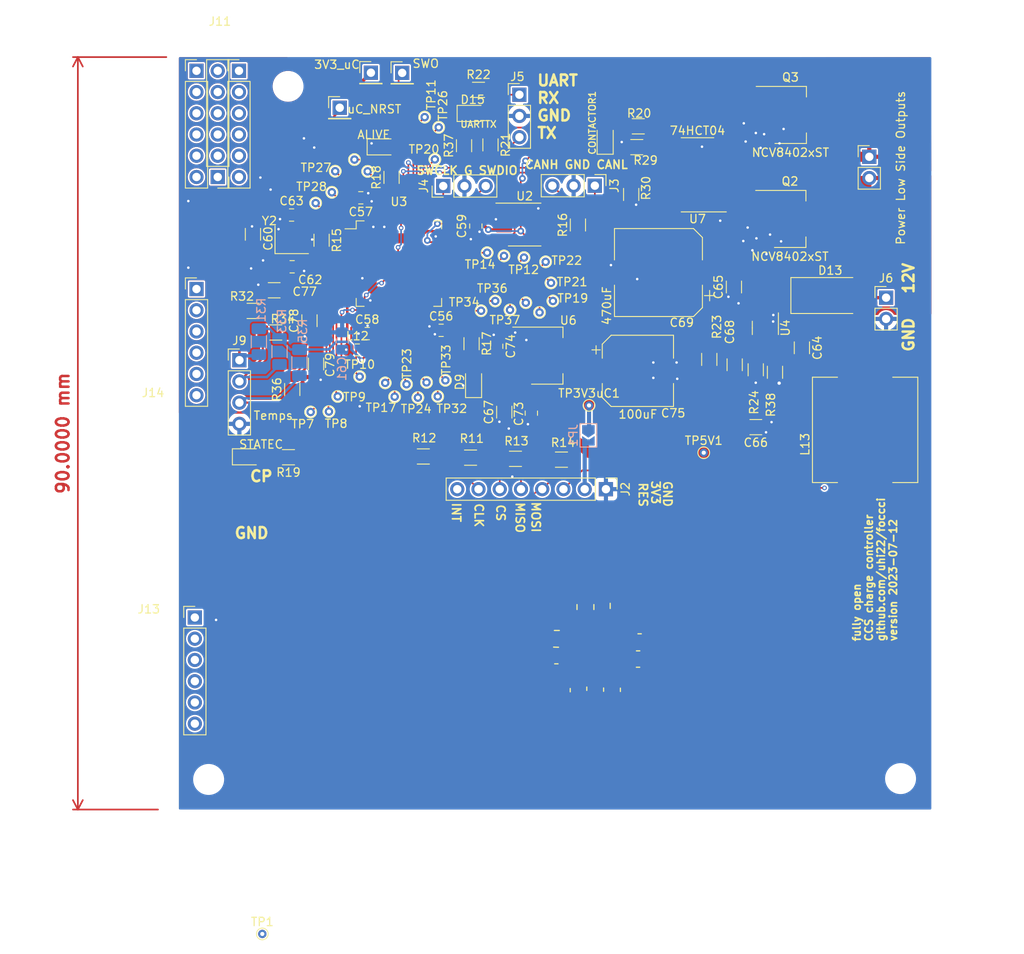
<source format=kicad_pcb>
(kicad_pcb (version 20240108) (generator "pcbnew") (generator_version "8.0")
  (layers (0 "F.Cu" signal) (31 "B.Cu" signal) (34 "B.Paste" user) (35 "F.Paste" user) (36 "B.SilkS" user "B.Silkscreen") (37 "F.SilkS" user "F.Silkscreen") (38 "B.Mask" user) (39 "F.Mask" user) (44 "Edge.Cuts" user))
  (net 0 "")
  (net 1 "GND")
  (net 2 "24V_P")
  (net 3 "24V")
  (net 4 "OUT2_LS")
  (net 5 "RESET#")
  (net 6 "SERIAL_IO_4_MOSI")
  (net 7 "SERIAL_IO_3_MISO")
  (net 8 "SERIAL_IO_2_CS")
  (net 9 "SERIAL_IO_1_CLK")
  (net 10 "SERIAL_IO_0_INT")
  (net 11 "OUT1_LS")
  (net 12 "Net-(JP1-A)")
  (net 13 "3V3_D")
  (net 14 "5V")
  (net 15 "3V3_uC")
  (net 16 "LED2")
  (net 17 "LED3")
  (net 18 "OUT_CONTROL1")
  (net 19 "OUT_CONTROL2")
  (net 20 "Net-(U3-PB6)")
  (net 21 "uC_NRST")
  (net 22 "/controller/OCS_IN")
  (net 23 "Net-(C63-Pad2)")
  (net 24 "Net-(U4-SW)")
  (net 25 "Net-(U4-BOOT)")
  (net 26 "Net-(U4-FB)")
  (net 27 "ADC123_IN10")
  (net 28 "ADC123_IN11")
  (net 29 "ADC123_IN12")
  (net 30 "Net-(D9-A)")
  (net 31 "Net-(D10-A)")
  (net 32 "Net-(D11-A)")
  (net 33 "SWCLK")
  (net 34 "SWDIO")
  (net 35 "Net-(J5-Pin_1)")
  (net 36 "Net-(J5-Pin_3)")
  (net 37 "Net-(J9-Pin_1)")
  (net 38 "Net-(J9-Pin_2)")
  (net 39 "Net-(J9-Pin_3)")
  (net 40 "Net-(Q2-G)")
  (net 41 "Net-(Q3-G)")
  (net 42 "SPI1_NSS")
  (net 43 "SPI1_CLK")
  (net 44 "SPI1_MISO")
  (net 45 "SPI1_MOSI")
  (net 46 "/controller/OSC_OUT")
  (net 47 "LED_ALIVE")
  (net 48 "UART4_TX")
  (net 49 "UART4_RX")
  (net 50 "Net-(U3-PA0)")
  (net 51 "Net-(U3-PA1)")
  (net 52 "Net-(U3-PA2)")
  (net 53 "Net-(U3-PA3)")
  (net 54 "Net-(U3-PD2)")
  (net 55 "Net-(U3-PA8)")
  (net 56 "Net-(U3-PA9)")
  (net 57 "Net-(U3-PA10)")
  (net 58 "Net-(U3-PC4)")
  (net 59 "Net-(U3-PC5)")
  (net 60 "Net-(U3-PC6)")
  (net 61 "Net-(U3-PC7)")
  (net 62 "Net-(U3-PA15)")
  (net 63 "Net-(U3-PC8)")
  (net 64 "Net-(U3-PC9)")
  (net 65 "Net-(U3-PB0)")
  (net 66 "Net-(U3-PB1)")
  (net 67 "Net-(U3-PB2)")
  (net 68 "Net-(U3-PC12)")
  (net 69 "Net-(U3-PC13)")
  (net 70 "Net-(U3-PC14)")
  (net 71 "Net-(U3-PC15)")
  (net 72 "Net-(U3-PB8)")
  (net 73 "Net-(U3-PB9)")
  (net 74 "Net-(U3-PB10)")
  (net 75 "Net-(U3-PB11)")
  (net 76 "Net-(U3-PB12)")
  (net 77 "SWO")
  (net 78 "Net-(U3-PB13)")
  (net 79 "Net-(U3-PB14)")
  (net 80 "Net-(U3-PB15)")
  (net 81 "CAN_TX")
  (net 82 "CAN_RX")
  (net 84 "CANL")
  (net 85 "CANH")
  (net 92 "Net-(U3-VDDA)")
  (net 93 "Net-(D15-K)")
  (net 118 "ADC_U_HVDC")
  (net 119 "Net-(D12-A)")
  (net 121 "Net-(U7-Pad4)")
  (net 122 "Net-(U7-Pad10)")
  (footprint "Resistor_SMD:R_1206_3216Metric_Pad1.30x1.75mm_HandSolder" (layer "F.Cu") (at 187.3 76.7 90)
    (property "Reference" "R38")
    (property "Value" "22k")
  )
  (footprint "Connector_PinHeader_2.54mm:PinHeader_1x01_P2.54mm_Vertical" (layer "F.Cu") (at 142.71 40.89)
    (property "Reference" "J18")
    (property "Value" "SWO")
  )
  (footprint "Connector_PinHeader_2.54mm:PinHeader_1x06_P2.54mm_Vertical" (layer "F.Cu") (at 123.19 40.64)
    (property "Reference" "J12")
    (property "Value" "spare")
  )
  (footprint "LED_SMD:LED_0805_2012Metric_Pad1.15x1.40mm_HandSolder" (layer "F.Cu") (at 140.38 49.74)
    (property "Reference" "D10" (hide yes))
    (property "Value" "ALIVE")
  )
  (footprint "Capacitor_SMD:C_1206_3216Metric_Pad1.33x1.80mm_HandSolder" (layer "F.Cu") (at 132.41 75.71 90)
    (property "Reference" "C79")
    (property "Value" "100nF")
  )
  (footprint "TestPoint:TestPoint_THTPad_D1.0mm_Drill0.5mm" (layer "F.Cu") (at 147.88 77.66)
    (property "Reference" "TP33")
    (property "Value" "~")
  )
  (footprint "Connector_PinHeader_2.54mm:PinHeader_1x06_P2.54mm_Vertical" (layer "F.Cu") (at 118.11 40.64)
    (property "Reference" "J15")
    (property "Value" "spare")
  )
  (footprint "Resistor_SMD:R_1206_3216Metric_Pad1.30x1.75mm_HandSolder" (layer "F.Cu") (at 150.11 49.6 90)
    (property "Reference" "R37")
    (property "Value" "1k")
  )
  (footprint "TestPoint:TestPoint_THTPad_D1.0mm_Drill0.5mm" (layer "F.Cu") (at 147.08 47.4)
    (property "Reference" "TP26")
    (property "Value" "~")
  )
  (footprint "Connector_PinHeader_2.54mm:PinHeader_1x06_P2.54mm_Vertical" (layer "F.Cu") (at 118.11 66.74)
    (property "Reference" "J14")
    (property "Value" "spare")
  )
  (footprint "TestPoint:TestPoint_THTPad_D1.0mm_Drill0.5mm" (layer "F.Cu") (at 153.84 68.17)
    (property "Reference" "TP36")
    (property "Value" "~")
  )
  (footprint "TestPoint:TestPoint_THTPad_D1.0mm_Drill0.5mm" (layer "F.Cu") (at 152.87 62.4)
    (property "Reference" "TP14")
    (property "Value" "~")
  )
  (footprint "TestPoint:TestPoint_THTPad_D1.0mm_Drill0.5mm" (layer "F.Cu") (at 157.28 62.98)
    (property "Reference" "TP12")
    (property "Value" "~")
  )
  (footprint "TestPoint:TestPoint_THTPad_D1.0mm_Drill0.5mm" (layer "F.Cu") (at 144.59 79.73)
    (property "Reference" "TP24")
    (property "Value" "~")
  )
  (footprint "Package_TO_SOT_SMD:SOT-223-3_TabPin2" (layer "F.Cu") (at 160.03 74.71)
    (property "Reference" "U6")
    (property "Value" "AMS1117-3.3")
  )
  (footprint "Connector_PinHeader_2.54mm:PinHeader_1x01_P2.54mm_Vertical" (layer "F.Cu") (at 135.24 45.06)
    (property "Reference" "J16")
    (property "Value" "uC_NRST")
  )
  (footprint "Resistor_SMD:R_1206_3216Metric_Pad1.30x1.75mm_HandSolder" (layer "F.Cu") (at 145.24 86.77)
    (property "Reference" "R12")
    (property "Value" "220")
  )
  (footprint "Resistor_SMD:R_1206_3216Metric_Pad1.30x1.75mm_HandSolder" (layer "F.Cu") (at 179.44 75.16 90)
    (property "Reference" "R23")
    (property "Value" "100k")
  )
  (footprint "Package_SO:SOIC-8_3.9x4.9mm_P1.27mm" (layer "F.Cu") (at 157.36 59.03)
    (property "Reference" "U2")
    (property "Value" "SN65HVD234")
  )
  (footprint "Capacitor_SMD:C_1206_3216Metric_Pad1.33x1.80mm_HandSolder" (layer "F.Cu") (at 127.4 66.89)
    (property "Reference" "C77")
    (property "Value" "100nF")
  )
  (footprint "TestPoint:TestPoint_THTPad_D1.0mm_Drill0.5mm" (layer "F.Cu") (at 159.87 63.49)
    (property "Reference" "TP22")
    (property "Value" "~")
  )
  (footprint "TestPoint:TestPoint_THTPad_D1.0mm_Drill0.5mm" (layer "F.Cu") (at 157.5 68.38)
    (property "Reference" "TP38" (hide yes))
    (property "Value" "~")
  )
  (footprint "Resistor_SMD:R_1206_3216Metric_Pad1.30x1.75mm_HandSolder" (layer "F.Cu") (at 124.88 69.36)
    (property "Reference" "R32")
    (property "Value" "47k")
  )
  (footprint "Connector_PinHeader_2.54mm:PinHeader_1x06_P2.54mm_Vertical" (layer "F.Cu") (at 120.65 53.34 180)
    (property "Reference" "J11")
    (property "Value" "spare")
  )
  (footprint "TestPoint:TestPoint_THTPad_D1.0mm_Drill0.5mm" (layer "F.Cu") (at 145.4 46.18)
    (property "Reference" "TP11")
    (property "Value" "~")
  )
  (footprint "TestPoint:TestPoint_THTPad_D1.0mm_Drill0.5mm" (layer "F.Cu") (at 178.78 86.32)
    (property "Reference" "TP5V1")
    (property "Value" "TP5V")
  )
  (footprint "Capacitor_SMD:C_0805_2012Metric_Pad1.18x1.45mm_HandSolder" (layer "F.Cu") (at 154.01 73.59 -90)
    (property "Reference" "C74")
    (property "Value" "100nF")
  )
  (footprint "Capacitor_SMD:C_0805_2012Metric_Pad1.18x1.45mm_HandSolder" (layer "F.Cu") (at 129.55 64.08 180)
    (property "Reference" "C62")
    (property "Value" "22p")
  )
  (footprint "LED_SMD:LED_0805_2012Metric_Pad1.15x1.40mm_HandSolder" (layer "F.Cu") (at 151.1425 45.74)
    (property "Reference" "D15")
    (property "Value" "UARTTX")
  )
  (footprint "Resistor_SMD:R_1206_3216Metric_Pad1.30x1.75mm_HandSolder" (layer "F.Cu") (at 170.95 47.28 180)
    (property "Reference" "R20")
    (property "Value" "1k")
  )
  (footprint "TestPoint:TestPoint_THTPad_D1.0mm_Drill0.5mm" (layer "F.Cu") (at 137.63 77.22)
    (property "Reference" "TP10")
    (property "Value" "~")
  )
  (footprint "Resistor_SMD:R_1206_3216Metric_Pad1.30x1.75mm_HandSolder" (layer "F.Cu") (at 170.77 49.77 180)
    (property "Reference" "R29")
    (property "Value" "10k")
  )
  (footprint "Connector_PinHeader_2.54mm:PinHeader_1x01_P2.54mm_Vertical" (layer "F.Cu") (at 138.97 40.87)
    (property "Reference" "J17")
    (property "Value" "3V3_uC")
  )
  (footprint "Capacitor_SMD:CP_Elec_10x10" (layer "F.Cu") (at 173.36 64.77 180)
    (property "Reference" "C69")
    (property "Value" "470uF")
  )
  (footprint "Capacitor_SMD:C_0805_2012Metric_Pad1.18x1.45mm_HandSolder" (layer "F.Cu") (at 147.37 71.68)
    (property "Reference" "C56")
    (property "Value" "100nF")
  )
  (footprint "TestPoint:TestPoint_THTPad_D1.0mm_Drill0.5mm" (layer "F.Cu") (at 137 51.26)
    (property "Reference" "TP30" (hide yes))
    (property "Value" "~")
  )
  (footprint "Connector_PinHeader_2.54mm:PinHeader_1x06_P2.54mm_Vertical" (layer "F.Cu") (at 117.91 106.03)
    (property "Reference" "J13")
    (property "Value" "spare")
  )
  (footprint "Connector_PinHeader_2.54mm:PinHeader_1x03_P2.54mm_Vertical" (layer "F.Cu") (at 156.73 43.5)
    (property "Reference" "J5")
    (property "Value" "UART")
  )
  (footprint "Capacitor_SMD:C_1206_3216Metric_Pad1.33x1.80mm_HandSolder" (layer "F.Cu") (at 190.52 73.77 -90)
    (property "Reference" "C64")
    (property "Value" "100nF")
  )
  (footprint "LED_SMD:LED_0805_2012Metric_Pad1.15x1.40mm_HandSolder" (layer "F.Cu") (at 124.26 86.81)
    (property "Reference" "D11" (hide yes))
    (property "Value" "STATEC")
  )
  (footprint "Package_SO:SO-14_3.9x8.65mm_P1.27mm" (layer "F.Cu") (at 178.03 53.08 180)
    (property "Reference" "U7")
    (property "Value" "74HCT04")
  )
  (footprint "Resistor_SMD:R_1206_3216Metric_Pad1.30x1.75mm_HandSolder" (layer "F.Cu") (at 151.01 73.28 -90)
    (property "Reference" "R17")
    (property "Value" "1k")
  )
  (footprint "Capacitor_SMD:CP_Elec_8x10" (layer "F.Cu") (at 170.9025 76.53)
    (property "Reference" "C75")
    (property "Value" "100uF")
  )
  (footprint "Capacitor_SMD:C_1206_3216Metric_Pad1.33x1.80mm_HandSolder" (layer "F.Cu") (at 154.92 81.47 90)
    (property "Reference" "C67")
    (property "Value" "22uF")
  )
  (footprint "Connector_PinHeader_2.54mm:PinHeader_1x02_P2.54mm_Vertical" (layer "F.Cu") (at 198.58 50.925)
    (property "Reference" "J8")
    (property "Value" "Power Low Side Outputs")
  )
  (footprint "TestPoint:TestPoint_THTPad_D1.0mm_Drill0.5mm" (layer "F.Cu") (at 145.62 77.91)
    (property "Reference" "TP25" (hide yes))
    (property "Value" "~")
  )
  (footprint "Package_TO_SOT_SMD:SOT-223" (layer "F.Cu") (at 189.09 58.36)
    (property "Reference" "Q2")
    (property "Value" "NCV8402xST")
  )
  (footprint "Resistor_SMD:R_1206_3216Metric_Pad1.30x1.75mm_HandSolder" (layer "F.Cu") (at 156.26 87.05)
    (property "Reference" "R13")
    (property "Value" "220")
  )
  (footprint "TestPoint:TestPoint_THTPad_D1.0mm_Drill0.5mm" (layer "F.Cu") (at 133.95 81.4)
    (property "Reference" "TP8")
    (property "Value" "~")
  )
  (footprint "Resistor_SMD:R_1206_3216Metric_Pad1.30x1.75mm_HandSolder" (layer "F.Cu") (at 127.59 71.94)
    (property "Reference" "R34")
    (property "Value" "47k")
  )
  (footprint "Resistor_SMD:R_1206_3216Metric_Pad1.30x1.75mm_HandSolder" (layer "F.Cu") (at 163.73 59.08 90)
    (property "Reference" "R16")
    (property "Value" "1k")
  )
  (footprint "TestPoint:TestPoint_THTPad_D1.0mm_Drill0.5mm" (layer "F.Cu") (at 165.06 80.66)
    (property "Reference" "TP3V3uC1")
    (property "Value" "TP3V3uC")
  )
  (footprint "Capacitor_SMD:C_1206_3216Metric_Pad1.33x1.80mm_HandSolder" (layer "F.Cu") (at 182.48 75.8 -90)
    (property "Reference" "C68")
    (property "Value" "68pF")
  )
  (footprint "Package_TO_SOT_SMD:SOT-23-6" (layer "F.Cu") (at 186.1475 71.39 -90)
    (property "Reference" "U4")
    (property "Value" "TPS54302")
  )
  (footprint "Resistor_SMD:R_1206_3216Metric_Pad1.30x1.75mm_HandSolder" (layer "F.Cu") (at 129.11 86.86 180)
    (property "Reference" "R19")
    (property "Value" "1k")
  )
  (footprint "Inductor_SMD:L_0805_2012Metric_Pad1.15x1.40mm_HandSolder" (layer "F.Cu") (at 137.34 74.02)
    (property "Reference" "L12")
    (property "Value" "Bead 600")
  )
  (footprint "TestPoint:TestPoint_THTPad_D1.0mm_Drill0.5mm" (layer "F.Cu") (at 146.62 51.24)
    (property "Reference" "TP20")
    (property "Value" "~")
  )
  (footprint "TestPoint:TestPoint_THTPad_D1.0mm_Drill0.5mm" (layer "F.Cu") (at 140.68 77.97)
    (property "Reference" "TP16" (hide yes))
    (property "Value" "~")
  )
  (footprint "Resistor_SMD:R_1206_3216Metric_Pad1.30x1.75mm_HandSolder" (layer "F.Cu") (at 150.89 86.91)
    (property "Reference" "R11")
    (property "Value" "220")
  )
  (footprint "MountingHole:MountingHole_3.2mm_M3" (layer "F.Cu") (at 129.06 42.5)
    (property "Reference" "H1")
    (property "Value" "MountingHole")
  )
  (footprint "Capacitor_SMD:C_1206_3216Metric_Pad1.33x1.80mm_HandSolder" (layer "F.Cu") (at 124.86 60.198 -90)
    (property "Reference" "C60")
    (property "Value" "100nF")
  )
  (footprint "LED_SMD:LED_0805_2012Metric_Pad1.15x1.40mm_HandSolder" (layer "F.Cu") (at 166.99 48.7575 90)
    (property "Reference" "D12")
    (property "Value" "CONTACTOR1")
  )
  (footprint "Connector_PinHeader_2.54mm:PinHeader_1x03_P2.54mm_Vertical" (layer "F.Cu") (at 165.755 54.38 -90)
    (property "Reference" "J3")
    (property "Value" "CAN")
  )
  (footprint "Resistor_SMD:R_1206_3216Metric_Pad1.30x1.75mm_HandSolder" (layer "F.Cu") (at 129.56 78.76 90)
    (property "Reference" "R36")
    (property "Value" "47k")
  )
  (footprint "Capacitor_SMD:C_0805_2012Metric_Pad1.18x1.45mm_HandSolder" (layer "F.Cu") (at 138.53 72.07)
    (property "Reference" "C58")
    (property "Value" "100nF")
  )
  (footprint "TestPoint:TestPoint_THTPad_D1.0mm_Drill0.5mm" (layer "F.Cu") (at 146.96 79.59)
    (property "Reference" "TP32")
    (property "Value" "~")
  )
  (footprint "Connector_PinHeader_2.54mm:PinHeader_1x08_P2.54mm_Vertical" (layer "F.Cu") (at 167.08 90.68 -90)
    (property "Reference" "J2")
    (property "Value" "Conn_01x08_Pin" (hide yes))
  )
  (footprint "Capacitor_SMD:C_0805_2012Metric_Pad1.18x1.45mm_HandSolder" (layer "F.Cu") (at 158.16 81.59 90)
    (property "Reference" "C73")
    (property "Value" "100nF")
  )
  (footprint "Resistor_SMD:R_1206_3216Metric_Pad1.30x1.75mm_HandSolder" (layer "F.Cu") (at 185 76.4 90)
    (property "Reference" "R24")
    (property "Value" "33k")
  )
  (footprint "MountingHole:MountingHole_3.2mm_M3" (layer "F.Cu") (at 202.32 125.3)
    (property "Reference" "H3")
    (property "Value" "MountingHole")
  )
  (footprint "TestPoint:TestPoint_THTPad_D1.0mm_Drill0.5mm" (layer "F.Cu") (at 160.51 66.01)
    (property "Reference" "TP21")
    (property "Value" "~")
  )
  (footprint "Inductor_SMD:L_Wuerth_WE-PD-Typ-LS_Handsoldering" (layer "F.Cu") (at 198.08 83.59 -90)
    (property "Reference" "L13")
    (property "Value" "10uH")
  )
  (footprint "Connector_PinHeader_2.54mm:PinHeader_1x02_P2.54mm_Vertical" (layer "F.Cu") (at 200.59 67.775)
    (property "Reference" "J6")
    (property "Value" "12V_in")
  )
  (footprint "TestPoint:TestPoint_THTPad_D1.0mm_Drill0.5mm" (layer "F.Cu") (at 131.76 81.45)
    (property "Reference" "TP7")
    (property "Value" "~")
  )
  (footprint "MountingHole:MountingHole_3.2mm_M3" (layer "F.Cu") (at 119.56 125.4)
    (property "Reference" "H2")
    (property "Value" "MountingHole")
  )
  (footprint "TestPoint:TestPoint_THTPad_D1.0mm_Drill0.5mm" (layer "F.Cu") (at 154.89 62.78)
    (property "Reference" "TP13" (hide yes))
    (property "Value" "~")
  )
  (footprint "Connector_PinHeader_2.54mm:PinHeader_1x03_P2.54mm_Vertical" (layer "F.Cu") (at 147.62 54.42 90)
    (property "Reference" "J4")
    (property "Value" "DEBUG")
  )
  (footprint "Capacitor_SMD:C_0805_2012Metric_Pad1.18x1.45mm_HandSolder" (layer "F.Cu") (at 151.52 59.21 90)
    (property "Reference" "C59")
    (property "Value" "100nF")
  )
  (footprint "Diode_SMD:D_SMB_Handsoldering" (layer "F.Cu") (at 193.91 67.52)
    (property "Reference" "D13")
    (property "Value" "SS54B-HF")
  )
  (footprint "TestPoint:TestPoint_THTPad_D1.0mm_Drill0.5mm" (layer "F.Cu") (at 134.3 55.17)
    (property "Reference" "TP28")
    (property "Value" "~")
  )
  (footprint "Capacitor_SMD:C_0805_2012Metric_Pad1.18x1.45mm_HandSolder" (layer "F.Cu") (at 137.76 55.83 180)
    (property "Reference" "C57")
    (property "Value" "100nF")
  )
  (footprint "TestPoint:TestPoint_THTPad_D1.0mm_Drill0.5mm" (layer "F.Cu") (at 125.98 143.88)
    (property "Reference" "TP1")
    (property "Value" "~")
  )
  (footprint "TestPoint:TestPoint_THTPad_D1.0mm_Drill0.5mm" (layer "F.Cu") (at 155.61 69.24)
    (property "Reference" "TP37")
    (property "Value" "~")
  )
  (footprint "TestPoint:TestPoint_THTPad_D1.0mm_Drill0.5mm" (layer "F.Cu") (at 160.74 68.17)
    (property "Reference" "TP19")
    (property "Value" "~")
  )
  (footprint "Resistor_SMD:R_1206_3216Metric_Pad1.30x1.75mm_HandSolder" (layer "F.Cu") (at 151.84 42.92)
    (property "Reference" "R22")
    (property "Value" "220")
  )
  (footprint "Capacitor_SMD:C_0805_2012Metric_Pad1.18x1.45mm_HandSolder" (layer "F.Cu") (at 129.4825 57.89)
    (property "Reference" "C63")
    (property "Value" "22p")
  )
  (footprint "Resistor_SMD:R_1206_3216Metric_Pad1.30x1.75mm_HandSolder" (layer "F.Cu") (at 161.76 87.15)
    (property "Reference" "R14")
    (property "Value" "220")
  )
  (footprint "TestPoint:TestPoint_THTPad_D1.0mm_Drill0.5mm" (layer "F.Cu") (at 143.23 78.13)
    (property "Reference" "TP23")
    (property "Value" "~")
  )
  (footprint "Resistor_SMD:R_1206_3216Metric_Pad1.30x1.75mm_HandSolder" (layer "F.Cu") (at 170.1 55.43 90)
    (property "Reference" "R30")
    (property "Value" "10k")
  )
  (footprint "Package_QFP:LQFP-64_10x10mm_P0.5mm" (layer "F.Cu") (at 142.32 63.7)
    (property "Reference" "U3")
    (property "Value" "STM32F103RETx")
  )
  (footprint "TestPoint:TestPoint_THTPad_D1.0mm_Drill0.5mm" (layer "F.Cu") (at 135 79.59)
    (property "Reference" "TP9")
    (property "Value" "~")
  )
  (footprint "TestPoint:TestPoint_THTPad_D1.0mm_Drill0.5mm" (layer "F.Cu") (at 141.81 79.62)
    (property "Reference" "TP17")
    (property "Value" "~")
  )
  (footprint "LED_SMD:LED_0805_2012Metric_Pad1.15x1.40mm_HandSolder" (layer "F.Cu") (at 151.25 77.8675 90)
    (property "Reference" "D9")
    (property "Value" "PWR")
  )
  (footprint "Capacitor_SMD:C_1206_3216Metric_Pad1.33x1.80mm_HandSolder" (layer "F.Cu") (at 185.01 83.26 180)
    (property "Reference" "C66")
    (property "Value" "22uF")
  )
  (footprint "Crystal:Crystal_SMD_TXC_7M-4Pin_3.2x2.5mm" (layer "F.Cu") (at 129.5 60.86)
    (property "Reference" "Y2")
    (property "Value" "8MHz")
  )
  (footprint "TestPoint:TestPoint_THTPad_D1.0mm_Drill0.5mm" (layer "F.Cu") (at 159.14 69.54)
    (property "Reference" "TP18" (hide yes))
    (property "Value" "~")
  )
  (footprint "TestPoint:TestPoint_THTPad_D1.0mm_Drill0.5mm" (layer "F.Cu") (at 132.36 56.46)
    (property "Reference" "TP29" (hide yes))
    (property "Value" "~")
  )
  (footprint "Package_TO_SOT_SMD:SOT-223" (layer "F.Cu") (at 189.15 45.92)
    (property "Reference" "Q3")
    (property "Value" "NCV8402xST")
  )
  (footprint "TestPoint:TestPoint_THTPad_D1.0mm_Drill0.5mm" (layer "F.Cu") (at 134.7 52.65)
    (property "Reference" "TP27")
    (property "Value" "~")
  )
  (footprint "Connector_PinHeader_2.54mm:PinHeader_1x04_P2.54mm_Vertical" (layer "F.Cu") (at 123.24 75.25)
    (property "Reference" "J9")
    (property "Value" "Temps")
  )
  (footprint "TestPoint:TestPoint_THTPad_D1.0mm_Drill0.5mm" (layer "F.Cu") (at 152.146 69.342)
    (property "Reference" "TP34")
    (property "Value" "~")
  )
  (footprint "Capacitor_SMD:C_1206_3216Metric_Pad1.33x1.80mm_HandSolder" (layer "F.Cu") (at 182.39 66.5 90)
    (property "Reference" "C65")
    (property "Value" "10uF")
  )
  (footprint "Capacitor_SMD:C_1206_3216Metric_Pad1.33x1.80mm_HandSolder" (layer "F.Cu") (at 131.62 70.53 90)
    (property "Reference" "C78")
    (property "Value" "100nF")
  )
  (footprint "TestPoint:TestPoint_THTPad_D1.0mm_Drill0.5mm" (layer "F.Cu") (at 138.58 52.67)
    (property "Reference" "TP31" (hide yes))
    (property "Value" "~")
  )
  (footprint "Resistor_SMD:R_1206_3216Metric_Pad1.30x1.75mm_HandSolder" (layer "F.Cu") (at 153.27 49.5 -90)
    (property "Reference" "R21")
    (property "Value" "220")
  )
  (footprint "Resistor_SMD:R_1206_3216Metric_Pad1.30x1.75mm_HandSolder" (layer "F.Cu") (at 141.44 53.39 90)
    (property "Reference" "R18")
    (property "Value" "1k")
  )
  (footprint "Resistor_SMD:R_1206_3216Metric_Pad1.30x1.75mm_HandSolder" (layer "F.Cu") (at 133.07 60.91 -90)
    (property "Reference" "R15")
    (property "Value" "33")
  )
  (footprint "Resistor_SMD:R_1206_3216Metric_Pad1.30x1.75mm_HandSolder" (layer "B.Cu") (at 130.42 75.55 -90)
    (property "Reference" "R35")
    (property "Value" "10k")
  )
  (footprint "Resistor_SMD:R_1206_3216Metric_Pad1.30x1.75mm_HandSolder" (layer "B.Cu") (at 125.57 73.04 -90)
    (property "Reference" "R31")
    (property "Value" "10k")
  )
  (footprint "Jumper:SolderJumper-2_P1.3mm_Open_TrianglePad1.0x1.5mm" (layer "B.Cu") (at 164.98 84.245 -90)
    (property "Reference" "JP1")
    (property "Value" "SolderJumper3V3together")
  )
  (footprint "Resistor_SMD:R_1206_3216Metric_Pad1.30x1.75mm_HandSolder" (layer "B.Cu") (at 128.04 74.22 -90)
    (property "Reference" "R33")
    (property "Value" "10k")
  )
  (footprint "Capacitor_SMD:C_0805_2012Metric_Pad1.18x1.45mm_HandSolder" (layer "B.Cu") (at 135.53 72.96 -90)
    (property "Reference" "C61")
    (property "Value" "100nF")
  )
  (gr_line (start 170.91 107.98) (end 171.31 107.98) (stroke (width 0.15)) (layer "F.SilkS"))
  (gr_line (start 170.72 111.98) (end 171.12 111.98) (stroke (width 0.15)) (layer "F.SilkS"))
  (gr_line (start 170.73 110.02) (end 171.13 110.02) (stroke (width 0.15)) (layer "F.SilkS"))
  (gr_line (start 161.505 107.58) (end 160.915 107.58) (stroke (width 0.15)) (layer "F.SilkS"))
  (gr_line (start 161.41 109.59) (end 160.82 109.57) (stroke (width 0.15)) (layer "F.SilkS"))
  (gr_line (start 168.81 114.48) (end 168.81 114.88) (stroke (width 0.15)) (layer "F.SilkS"))
  (gr_line (start 163.62 105.075) (end 163.62 104.485) (stroke (width 0.15)) (layer "F.SilkS"))
  (gr_line (start 167.59 104.95) (end 167.59 104.33) (stroke (width 0.15)) (layer "F.SilkS"))
  (gr_line (start 166.8 114.46) (end 166.8 114.86) (stroke (width 0.15)) (layer "F.SilkS"))
  (gr_line (start 164.79 114.35) (end 164.79 114.75) (stroke (width 0.15)) (layer "F.SilkS"))
  (gr_line (start 161.35 111.57) (end 160.95 111.57) (stroke (width 0.15)) (layer "F.SilkS"))
  (gr_line (start 162.81 114.52) (end 162.81 114.92) (stroke (width 0.15)) (layer "F.SilkS"))
  (gr_line (start 165.64 105.075) (end 165.64 104.485) (stroke (width 0.15)) (layer "F.SilkS"))
  (gr_text "fully open\nCCS charge controller\ngithub.com/uhi22/foccci\nversion 2023-07-12" (at 201.96 108.98 90) (layer "F.SilkS") (effects (font (size 0.9 0.9) (thickness 0.2) (bold yes)) (justify left bottom)))
  (gr_text "SWCLK G SWDIO" (at 144.32 53.15 0) (layer "F.SilkS") (effects (font (size 1 1) (thickness 0.2) (bold yes)) (justify left bottom)))
  (gr_text "MISO" (at 156.21 92.14 270) (layer "F.SilkS") (effects (font (size 1 1) (thickness 0.2) (bold yes)) (justify left bottom)))
  (gr_text "GND" (at 173.86 89.6 270) (layer "F.SilkS") (effects (font (size 1 1) (thickness 0.2) (bold yes)) (justify left bottom)))
  (gr_text "GND" (at 122.52 96.69 0) (layer "F.SilkS") (effects (font (size 1.3 1.3) (thickness 0.3) (bold yes)) (justify left bottom)))
  (gr_text "GND   12V" (at 204.04 74.38 90) (layer "F.SilkS") (effects (font (size 1.3 1.3) (thickness 0.3) (bold yes)) (justify left bottom)))
  (gr_text "UART\nRX\nGND\nTX" (at 158.72 48.84 0) (layer "F.SilkS") (effects (font (size 1.3 1.3) (thickness 0.3) (bold yes)) (justify left bottom)))
  (gr_text "RES" (at 170.93 89.78 270) (layer "F.SilkS") (effects (font (size 1 1) (thickness 0.2) (bold yes)) (justify left bottom)))
  (gr_text "INT" (at 148.59 92.19 270) (layer "F.SilkS") (effects (font (size 1 1) (thickness 0.2) (bold yes)) (justify left bottom)))
  (gr_text "CANH GND CANL" (at 157.31 52.45 0) (layer "F.SilkS") (effects (font (size 1 1) (thickness 0.2) (bold yes)) (justify left bottom)))
  (gr_text "3V3" (at 172.44 89.56 270) (layer "F.SilkS") (effects (font (size 1 1) (thickness 0.2) (bold yes)) (justify left bottom)))
  (gr_text "CS" (at 153.9 92.4 270) (layer "F.SilkS") (effects (font (size 1 1) (thickness 0.2) (bold yes)) (justify left bottom)))
  (gr_text "MOSI" (at 158.11 92.08 270) (layer "F.SilkS") (effects (font (size 1 1) (thickness 0.2) (bold yes)) (justify left bottom)))
  (gr_text "CP" (at 124.36 89.9 0) (layer "F.SilkS") (effects (font (size 1.3 1.3) (thickness 0.3) (bold yes)) (justify left bottom)))
  (gr_text "CLK" (at 151.3 92.27 270) (layer "F.SilkS") (effects (font (size 1 1) (thickness 0.2) (bold yes)) (justify left bottom)))
  (dimension (type orthogonal) (layer "F.Cu") (pts (xy 114 129) (xy 115 39)) (height -10.08) (orientation 1) (gr_text "90.0000 mm" (at 102.12 84 90) (layer "F.Cu") (effects (font (size 1.5 1.5) (thickness 0.3)))) (format (prefix "") (suffix "") (units 3) (units_format 1) (precision 4)) (style (thickness 0.2) (arrow_length 1.27) (text_position_mode 0) (extension_height 0.58642) (extension_offset 0.5) keep_text_aligned))
  (segment (start 170.1 52.8145) (end 172.939104 52.8145) (width 0.2) (layer "F.Cu") (net 0))
  (segment (start 172.32 51.56) (end 172.44 51.68) (width 0.2) (layer "F.Cu") (net 0))
  (segment (start 171.88 52.24) (end 147.91 52.24) (width 0.2) (layer "F.Cu") (net 0))
  (segment (start 143.45 51.62) (end 143.45 55.379868) (width 0.2) (layer "F.Cu") (net 0))
  (segment (start 176.496396 52.41) (end 173.17 52.41) (width 0.2) (layer "F.Cu") (net 0))
  (segment (start 147.2 52.8145) (end 170.1 52.8145) (width 0.2) (layer "F.Cu") (net 0))
  (segment (start 175.555 53.08) (end 173.204604 53.08) (width 0.2) (layer "F.Cu") (net 0))
  (segment (start 172.32 47.46) (end 172.32 49.77) (width 0.2) (layer "F.Cu") (net 0))
  (segment (start 173.17 52.41) (end 172.44 51.68) (width 0.2) (layer "F.Cu") (net 0))
  (segment (start 172.32 49.77) (end 172.32 51.56) (width 0.2) (layer "F.Cu") (net 0))
  (segment (start 173.204604 53.08) (end 172.939104 52.8145) (width 0.2) (layer "F.Cu") (net 0))
  (segment (start 141.57 56.694182) (end 142.85 55.414182) (width 0.2) (layer "F.Cu") (net 0))
  (segment (start 143.45 55.379868) (end 142.07 56.759868) (width 0.2) (layer "F.Cu") (net 0))
  (segment (start 178.436396 54.35) (end 176.496396 52.41) (width 0.2) (layer "F.Cu") (net 0))
  (segment (start 142.85 55.414182) (end 142.85 52.66) (width 0.2) (layer "F.Cu") (net 0))
  (segment (start 172.44 51.68) (end 171.88 52.24) (width 0.2) (layer "F.Cu") (net 0))
  (segment (start 141.57 58.025) (end 141.57 56.694182) (width 0.2) (layer "F.Cu") (net 0))
  (segment (start 180.505 54.35) (end 178.436396 54.35) (width 0.2) (layer "F.Cu") (net 0))
  (segment (start 172.5 47.28) (end 172.32 47.46) (width 0.2) (layer "F.Cu") (net 0))
  (segment (start 142.07 56.759868) (end 142.07 58.025) (width 0.2) (layer "F.Cu") (net 0))
  (segment (start 170.1 53.88) (end 170.1 52.8145) (width 0.2) (layer "F.Cu") (net 0))
  (via (at 147.2 52.8145) (size 0.55) (drill 0.3) (layers "F.Cu" "B.Cu") (net 0))
  (via (at 147.91 52.24) (size 0.55) (drill 0.3) (layers "F.Cu" "B.Cu") (net 0))
  (via (at 142.85 52.66) (size 0.55) (drill 0.3) (layers "F.Cu" "B.Cu") (net 0))
  (via (at 143.45 51.62) (size 0.55) (drill 0.3) (layers "F.Cu" "B.Cu") (net 0))
  (segment (start 144.07 52.24) (end 147.91 52.24) (width 0.2) (layer "B.Cu") (net 0))
  (segment (start 147.0455 52.66) (end 147.2 52.8145) (width 0.2) (layer "B.Cu") (net 0))
  (segment (start 143.45 51.62) (end 144.07 52.24) (width 0.2) (layer "B.Cu") (net 0))
  (segment (start 142.85 52.66) (end 147.0455 52.66) (width 0.2) (layer "B.Cu") (net 0))
  (segment (start 138.7975 55.83) (end 139.07 56.1025) (width 0.3) (layer "F.Cu") (net 1))
  (segment (start 139.07 68.28) (end 138.9 68.11) (width 0.3) (layer "F.Cu") (net 1))
  (segment (start 151.52 60.2475) (end 151.3175 60.45) (width 0.3) (layer "F.Cu") (net 1))
  (segment (start 186.74 48.22) (end 187.84 49.32) (width 1.2) (layer "F.Cu") (net 1))
  (segment (start 186 48.22) (end 187.71 48.22) (width 1.2) (layer "F.Cu") (net 1))
  (segment (start 183.85 60.66) (end 183.51 61) (width 1.2) (layer "F.Cu") (net 1))
  (segment (start 138.57 71.12) (end 138.8525 71.12) (width 0.3) (layer "F.Cu") (net 1))
  (segment (start 139.06 56.25) (end 139.07 56.26) (width 0.3) (layer "F.Cu") (net 1))
  (segment (start 147.995 60.45) (end 146.72 60.45) (width 0.3) (layer "F.Cu") (net 1))
  (segment (start 150.6225 78.8925) (end 150 78.27) (width 0.2) (layer "F.Cu") (net 1))
  (segment (start 139.07 59.12) (end 139.26 59.31) (width 0.3) (layer "F.Cu") (net 1))
  (segment (start 180.505 56.89) (end 180.505 58.325) (width 0.3) (layer "F.Cu") (net 1))
  (segment (start 186.71 60.23) (end 187.14 60.66) (width 1.2) (layer "F.Cu") (net 1))
  (segment (start 123.235 86.81) (end 122.54 86.81) (width 0.25) (layer "F.Cu") (net 1))
  (segment (start 139.07 56.1025) (end 139.07 56.24) (width 0.3) (layer "F.Cu") (net 1))
  (segment (start 130.6 61.71) (end 131.05 61.71) (width 0.3) (layer "F.Cu") (net 1))
  (segment (start 140.57 58.025) (end 140.57 59.31) (width 0.3) (layer "F.Cu") (net 1))
  (segment (start 185.94 60.66) (end 185.94 62.23) (width 1.2) (layer "F.Cu") (net 1))
  (segment (start 128.5 60.01) (end 130.2 61.71) (width 0.3) (layer "F.Cu") (net 1))
  (segment (start 185.01 48.08) (end 184.87 48.22) (width 1.2) (layer "F.Cu") (net 1))
  (segment (start 145.97 71.3175) (end 146.3325 71.68) (width 0.3) (layer "F.Cu") (net 1))
  (segment (start 185.3 60.66) (end 184.03 59.39) (width 1.2) (layer "F.Cu") (net 1))
  (segment (start 180.505 49.27) (end 179.02 49.27) (width 0.3) (layer "F.Cu") (net 1))
  (segment (start 151.25 78.8925) (end 150.6225 78.8925) (width 0.2) (layer "F.Cu") (net 1))
  (segment (start 185.94 60.66) (end 185.1 60.66) (width 1.2) (layer "F.Cu") (net 1))
  (segment (start 185.06 60.66) (end 183.85 60.66) (width 1.2) (layer "F.Cu") (net 1))
  (segment (start 151.25 60.45) (end 150.92 60.78) (width 0.3) (layer "F.Cu") (net 1))
  (segment (start 184.87 48.22) (end 184.67 48.22) (width 1.2) (layer "F.Cu") (net 1))
  (segment (start 139.07 58.025) (end 139.07 59.12) (width 0.3) (layer "F.Cu") (net 1))
  (segment (start 139.07 56.26) (end 139.07 58.025) (width 0.3) (layer "F.Cu") (net 1))
  (segment (start 124.86 59.14) (end 124.75 59.25) (width 0.2) (layer "F.Cu") (net 1))
  (segment (start 186 48.22) (end 186 49.44) (width 1.2) (layer "F.Cu") (net 1))
  (segment (start 185.08 60.68) (end 185.06 60.66) (width 1.2) (layer "F.Cu") (net 1))
  (segment (start 187.14 60.66) (end 187.65 60.66) (width 1.2) (layer "F.Cu") (net 1))
  (segment (start 150.92 60.78) (end 150.59 60.45) (width 0.3) (layer "F.Cu") (net 1))
  (segment (start 145.57 70.9175) (end 145.8625 71.21) (width 0.3) (layer "F.Cu") (net 1))
  (segment (start 138.4425 71.12) (end 137.4925 72.07) (width 0.3) (layer "F.Cu") (net 1))
  (segment (start 128.4 60.01) (end 128.5 60.01) (width 0.3) (layer "F.Cu") (net 1))
  (segment (start 186 48.22) (end 185.15 48.22) (width 1.2) (layer "F.Cu") (net 1))
  (segment (start 179.02 49.27) (end 178.57 49.72) (width 0.3) (layer "F.Cu") (net 1))
  (segment (start 122.54 86.81) (end 121.93 87.42) (width 0.25) (layer "F.Cu") (net 1))
  (segment (start 185.94 62.23) (end 186.28 62.57) (width 1.2) (layer "F.Cu") (net 1))
  (segment (start 145.8625 71.21) (end 145.97 71.21) (width 0.3) (layer "F.Cu") (net 1))
  (segment (start 150.59 60.45) (end 147.995 60.45) (width 0.3) (layer "F.Cu") (net 1))
  (segment (start 176.95 55.62) (end 178.22 56.89) (width 0.3) (layer "F.Cu") (net 1))
  (segment (start 186 49.44) (end 185.58 49.86) (width 1.2) (layer "F.Cu") (net 1))
  (segment (start 130.2 61.71) (end 130.6 61.71) (width 0.3) (layer "F.Cu") (net 1))
  (segment (start 175.555 55.62) (end 176.95 55.62) (width 0.3) (layer "F.Cu") (net 1))
  (segment (start 139.07 69.375) (end 139.07 68.28) (width 0.3) (layer "F.Cu") (net 1))
  (segment (start 138.57 71.12) (end 138.4425 71.12) (width 0.3) (layer "F.Cu") (net 1))
  (segment (start 169.2075 49.7825) (end 169.22 49.77) (width 0.2) (layer "F.Cu") (net 1))
  (segment (start 185.94 60.66) (end 186.28 60.66) (width 1.2) (layer "F.Cu") (net 1))
  (segment (start 187.71 48.22) (end 188.33 47.6) (width 1.2) (layer "F.Cu") (net 1))
  (segment (start 186.28 60.66) (end 186.71 60.23) (width 1.2) (layer "F.Cu") (net 1))
  (segment (start 166.99 49.7825) (end 169.2075 49.7825) (width 0.2) (layer "F.Cu") (net 1))
  (segment (start 185.1 60.66) (end 185.08 60.68) (width 1.2) (layer "F.Cu") (net 1))
  (segment (start 184.87 48.22) (end 183.57 46.92) (width 1.2) (layer "F.Cu") (net 1))
  (segment (start 145.97 71.21) (end 145.97 71.3175) (width 0.3) (layer "F.Cu") (net 1))
  (segment (start 185.15 48.22) (end 185.01 48.08) (width 1.2) (layer "F.Cu") (net 1))
  (segment (start 187.65 60.66) (end 188.03 61.04) (width 1.2) (layer "F.Cu") (net 1))
  (segment (start 185.94 60.77) (end 184.6 62.11) (width 1.2) (layer "F.Cu") (net 1))
  (segment (start 180.505 58.325) (end 180.75 58.57) (width 0.3) (layer "F.Cu") (net 1))
  (segment (start 185.94 60.66) (end 185.3 60.66) (width 1.2) (layer "F.Cu") (net 1))
  (segment (start 131.05 61.71) (end 131.94 60.82) (width 0.3) (layer "F.Cu") (net 1))
  (segment (start 151.3175 60.45) (end 151.25 60.45) (width 0.3) (layer "F.Cu") (net 1))
  (segment (start 139.07 70.9025) (end 139.07 69.375) (width 0.3) (layer "F.Cu") (net 1))
  (segment (start 184.67 48.22) (end 183.79 49.1) (width 1.2) (layer "F.Cu") (net 1))
  (segment (start 139.07 56.24) (end 139.06 56.25) (width 0.3) (layer "F.Cu") (net 1))
  (segment (start 138.8525 71.12) (end 139.07 70.9025) (width 0.3) (layer "F.Cu") (net 1))
  (segment (start 178.22 56.89) (end 180.505 56.89) (width 0.3) (layer "F.Cu") (net 1))
  (segment (start 186 48.22) (end 184.87 48.22) (width 1.2) (layer "F.Cu") (net 1))
  (segment (start 185.94 60.66) (end 185.94 60.77) (width 1.2) (layer "F.Cu") (net 1))
  (segment (start 136.645 65.45) (end 137.9455 65.45) (width 0.3) (layer "F.Cu") (net 1))
  (segment (start 145.57 69.375) (end 145.57 70.9175) (width 0.3) (layer "F.Cu") (net 1))
  (via (at 137.63 80.77) (size 0.55) (drill 0.3) (layers "F.Cu" "B.Cu") (net 1))
  (via (at 188.33 47.6) (size 0.55) (drill 0.3) (layers "F.Cu" "B.Cu") (net 1))
  (via (at 184.6 62.11) (size 0.55) (drill 0.3) (layers "F.Cu" "B.Cu") (net 1))
  (via (at 140.57 59.31) (size 0.55) (drill 0.3) (layers "F.Cu" "B.Cu") (net 1))
  (via (at 180.75 58.57) (size 0.55) (drill 0.3) (layers "F.Cu" "B.Cu") (net 1))
  (via (at 168.97 49.16) (size 0.55) (drill 0.3) (layers "F.Cu" "B.Cu") (net 1))
  (via (at 185 77.95) (size 0.55) (drill 0.3) (layers "F.Cu" "B.Cu") (net 1))
  (via (at 130.96 48.72) (size 0.55) (drill 0.3) (layers "F.Cu" "B.Cu") (net 1))
  (via (at 139.05 49.32) (size 0.55) (drill 0.3) (layers "F.Cu" "B.Cu") (net 1))
  (via (at 186.89 82.66) (size 0.55) (drill 0.3) (layers "F.Cu" "B.Cu") (net 1))
  (via (at 157.75 82.91) (size 0.55) (drill 0.3) (layers "F.Cu" "B.Cu") (net 1))
  (via (at 178.57 49.72) (size 0.55) (drill 0.3) (layers "F.Cu" "B.Cu") (net 1))
  (via (at 138.65 55.28) (size 0.55) (drill 0.3) (layers "F.Cu" "B.Cu") (net 1))
  (via (at 139.26 59.31) (size 0.55) (drill 0.3) (layers "F.Cu" "B.Cu") (net 1))
  (via (at 172.75 75.53) (size 0.55) (drill 0.3) (layers "F.Cu" "B.Cu") (net 1))
  (via (at 175.53 75.53) (size 0.55) (drill 0.3) (layers "F.Cu" "B.Cu") (net 1))
  (via (at 183.51 61) (size 0.55) (drill 0.3) (layers "F.Cu" "B.Cu") (net 1))
  (via (at 185.01 48.08) (size 0.55) (drill 0.3) (layers "F.Cu" "B.Cu") (net 1))
  (via (at 120.45 106.32) (size 0.55) (drill 0.3) (layers "F.Cu" "B.Cu") (net 1))
  (via (at 182.94 68.45) (size 0.55) (drill 0.3) (layers "F.Cu" "B.Cu") (net 1))
  (via (at 184.03 59.39) (size 0.55) (drill 0.3) (layers "F.Cu" "B.Cu") (net 1))
  (via (at 138.9 68.11) (size 0.55) (drill 0.3) (layers "F.Cu" "B.Cu") (net 1))
  (via (at 137.4925 72.07) (size 0.55) (drill 0.3) (layers "F.Cu" "B.Cu") (net 1))
  (via (at 186 48.22) (size 0.55) (drill 0.3) (layers "F.Cu" "B.Cu") (net 1))
  (via (at 138.57 71.12) (size 0.55) (drill 0.3) (layers "F.Cu" "B.Cu") (net 1))
  (via (at 125.5 66.23) (size 0.55) (drill 0.3) (layers "F.Cu" "B.Cu") (net 1))
  (via (at 126.07 63.32) (size 0.55) (drill 0.3) (layers "F.Cu" "B.Cu") (net 1))
  (via (at 187.08 70.63) (size 0.55) (drill 0.3) (layers "F.Cu" "B.Cu") (net 1))
  (via (at 146.62 72.15) (size 0.55) (drill 0.3) (layers "F.Cu" "B.Cu") (net 1))
  (via (at 153.66 72.22) (size 0.55) (drill 0.3) (layers "F.Cu" "B.Cu") (net 1))
  (via (at 150 78.27) (size 0.55) (drill 0.3) (layers "F.Cu" "B.Cu") (net 1))
  (via (at 187.84 49.32) (size 0.55) (drill 0.3) (layers "F.Cu" "B.Cu") (net 1))
  (via (at 153.92 58.4) (size 0.55) (drill 0.3) (layers "F.Cu" "B.Cu") (net 1))
  (via (at 183.79 49.1) (size 0.55) (drill 0.3) (layers "F.Cu" "B.Cu") (net 1))
  (via (at 170.69 56.66) (size 0.55) (drill 0.3) (layers "F.Cu" "B.Cu") (net 1))
  (via (at 117.13 56.22) (size 0.55) (drill 0.3) (layers "F.Cu" "B.Cu") (net 1))
  (via (at 117.13 64.19) (size 0.55) (drill 0.3) (layers "F.Cu" "B.Cu") (net 1))
  (via (at 185.08 60.68) (size 0.55) (drill 0.3) (layers "F.Cu" "B.Cu") (net 1))
  (via (at 181.73 67.67) (size 0.55) (drill 0.3) (layers "F.Cu" "B.Cu") (net 1))
  (via (at 186.28 62.57) (size 0.55) (drill 0.3) (layers "F.Cu" "B.Cu") (net 1))
  (via (at 154.34 82.62) (size 0.55) (drill 0.3) (layers "F.Cu" "B.Cu") (net 1))
  (via (at 155.88 89.18) (size 0.55) (drill 0.3) (layers "F.Cu" "B.Cu") (net 1))
  (via (at 131.94 60.82) (size 0.55) (drill 0.3) (layers "F.Cu" "B.Cu") (net 1))
  (via (at 151.96 59.89) (size 0.55) (drill 0.3) (layers "F.Cu" "B.Cu") (net 1))
  (via (at 183.57 46.92) (size 0.55) (drill 0.3) (layers "F.Cu" "B.Cu") (net 1))
  (via (at 186.23 83.88) (size 0.55) (drill 0.3) (layers "F.Cu" "B.Cu") (net 1))
  (via (at 185.58 49.86) (size 0.55) (drill 0.3) (layers "F.Cu" "B.Cu") (net 1))
  (via (at 158.99 57.1) (size 0.55) (drill 0.3) (layers "F.Cu" "B.Cu") (net 1))
  (via (at 124.64 64.28) (size 0.55) (drill 0.3) (layers "F.Cu" "B.Cu") (net 1))
  (via (at 145.97 71.21) (size 0.55) (drill 0.3) (layers "F.Cu" "B.Cu") (net 1))
  (via (at 188.03 61.04) (size 0.55) (drill 0.3) (layers "F.Cu" "B.Cu") (net 1))
  (via (at 187.1 69.85) (size 0.55) (drill 0.3) (layers "F.Cu" "B.Cu") (net 1))
  (via (at 170.82 65.55) (size 0.55) (drill 0.3) (layers "F.Cu" "B.Cu") (net 1))
  (via (at 175.61 77.48) (size 0.55) (drill 0.3) (layers "F.Cu" "B.Cu") (net 1))
  (via (at 126.97 54.85) (size 0.55) (drill 0.3) (layers "F.Cu" "B.Cu") (net 1))
  (via (at 157.56 72.84) (size 0.55) (drill 0.3) (layers "F.Cu" "B.Cu") (net 1))
  (via (at 150.92 60.78) (size 0.55) (drill 0.3) (layers "F.Cu" "B.Cu") (net 1))
  (via (at 124.75 59.25) (size 0.55) (drill 0.3) (layers "F.Cu" "B.Cu") (net 1))
  (via (at 172.75 77.37) (size 0.55) (drill 0.3) (layers "F.Cu" "B.Cu") (net 1))
  (via (at 132.96 77.6) (size 0.55) (drill 0.3) (layers "F.Cu" "B.Cu") (net 1))
  (via (at 156.23 71.95) (size 0.55) (drill 0.3) (layers "F.Cu" "B.Cu") (net 1))
  (via (at 187.8 78) (size 0.8) (drill 0.4) (layers "F.Cu" "B.Cu") (net 1))
  (via (at 139.06 56.25) (size 0.55) (drill 0.3) (layers "F.Cu" "B.Cu") (net 1))
  (via (at 155.46 83.43) (size 0.55) (drill 0.3) (layers "F.Cu" "B.Cu") (net 1))
  (via (at 167.68 63.88) (size 0.55) (drill 0.3) (layers "F.Cu" "B.Cu") (net 1))
  (via (at 125.75 53.41) (size 0.55) (drill 0.3) (layers "F.Cu" "B.Cu") (net 1))
  (via (at 137.9455 65.45) (size 0.55) (drill 0.3) (layers "F.Cu" "B.Cu") (net 1))
  (via (at 130.98 64.58) (size 0.55) (drill 0.3) (layers "F.Cu" "B.Cu") (net 1))
  (via (at 131.05 72.4) (size 0.55) (drill 0.3) (layers "F.Cu" "B.Cu") (net 1))
  (via (at 186.71 60.23) (size 0.55) (drill 0.3) (layers "F.Cu" "B.Cu") (net 1))
  (via (at 128.1 58.38) (size 0.55) (drill 0.3) (layers "F.Cu" "B.Cu") (net 1))
  (via (at 132.19 49.82) (size 0.55) (drill 0.3) (layers "F.Cu" "B.Cu") (net 1))
  (via (at 146.72 60.45) (size 0.55) (drill 0.3) (layers "F.Cu" "B.Cu") (net 1))
  (via (at 127.92 59.58) (size 0.55) (drill 0.3) (layers "F.Cu" "B.Cu") (net 1))
  (segment (start 184.9725 67.52) (end 182.39 64.9375) (width 0.4) (layer "F.Cu") (net 2))
  (segment (start 185.1975 67.745) (end 184.9725 67.52) (width 0.4) (layer "F.Cu") (net 2))
  (segment (start 185.1975 70.2525) (end 185.1975 67.745) (width 0.4) (layer "F.Cu") (net 2))
  (segment (start 191.21 67.52) (end 184.9725 67.52) (width 0.4) (layer "F.Cu") (net 2))
  (segment (start 177.36 64.77) (end 182.2225 64.77) (width 0.4) (layer "F.Cu") (net 2))
  (segment (start 182.2225 64.77) (end 182.39 64.9375) (width 0.4) (layer "F.Cu") (net 2))
  (segment (start 196.61 67.52) (end 196.865 67.775) (width 0.4) (layer "F.Cu") (net 3))
  (segment (start 196.865 67.775) (end 200.59 67.775) (width 0.4) (layer "F.Cu") (net 3))
  (segment (start 186 45.92) (end 192.3 45.92) (width 1.2) (layer "F.Cu") (net 4))
  (segment (start 197.305 50.925) (end 192.3 45.92) (width 1.2) (layer "F.Cu") (net 4))
  (segment (start 198.58 50.925) (end 197.305 50.925) (width 1.2) (layer "F.Cu") (net 4))
  (segment (start 188.361472 90.53) (end 193.22 90.53) (width 0.2) (layer "F.Cu") (net 5))
  (segment (start 186.73 88.898528) (end 188.361472 90.53) (width 0.2) (layer "F.Cu") (net 5))
  (segment (start 186.73 88.44) (end 186.73 88.898528) (width 0.2) (layer "F.Cu") (net 5))
  (segment (start 164.24 88.44) (end 186.73 88.44) (width 0.2) (layer "F.Cu") (net 5))
  (segment (start 162 90.68) (end 164.24 88.44) (width 0.2) (layer "F.Cu") (net 5))
  (via (at 193.22 90.53) (size 0.55) (drill 0.3) (layers "F.Cu" "B.Cu") (net 5))
  (segment (start 159.46 90.68) (end 162.99 87.15) (width 0.2) (layer "F.Cu") (net 6))
  (segment (start 158.61 91.13) (end 159.46 90.28) (width 0.2) (layer "F.Cu") (net 6))
  (segment (start 162.99 87.15) (end 163.31 87.15) (width 0.2) (layer "F.Cu") (net 6))
  (segment (start 156.92 87.94) (end 157.81 87.05) (width 0.2) (layer "F.Cu") (net 7))
  (segment (start 156.92 90.68) (end 156.92 87.94) (width 0.2) (layer "F.Cu") (net 7))
  (segment (start 154.38 90.68) (end 154.38 88.85) (width 0.2) (layer "F.Cu") (net 8))
  (segment (start 154.38 88.85) (end 152.44 86.91) (width 0.2) (layer "F.Cu") (net 8))
  (segment (start 151.84 90.68) (end 150.69 89.53) (width 0.2) (layer "F.Cu") (net 9))
  (segment (start 150.69 89.53) (end 149.55 89.53) (width 0.2) (layer "F.Cu") (net 9))
  (segment (start 149.55 89.53) (end 146.79 86.77) (width 0.2) (layer "F.Cu") (net 9))
  (segment (start 185.94 58.36) (end 192.24 58.36) (width 1.2) (layer "F.Cu") (net 11))
  (segment (start 192.24 58.36) (end 193.685 58.36) (width 1.2) (layer "F.Cu") (net 11))
  (segment (start 193.685 58.36) (end 198.58 53.465) (width 1.2) (layer "F.Cu") (net 11))
  (segment (start 164.98 84.97) (end 164.54 85.41) (width 0.5) (layer "B.Cu") (net 13))
  (segment (start 164.54 85.41) (end 164.54 90.68) (width 0.5) (layer "B.Cu") (net 13))
  (segment (start 182.73 83.9775) (end 183.4475 83.26) (width 0.8) (layer "F.Cu") (net 14))
  (segment (start 180.3875 86.32) (end 182.73 83.9775) (width 1.2) (layer "F.Cu") (net 14))
  (segment (start 174.11 56.89) (end 175.555 56.89) (width 1.2) (layer "F.Cu") (net 14))
  (segment (start 182.83 85.1) (end 182.83 77.7125) (width 1.2) (layer "F.Cu") (net 14))
  (segment (start 182.83 77.7125) (end 182.48 77.3625) (width 1.2) (layer "F.Cu") (net 14))
  (segment (start 156.88 77.9475) (end 154.92 79.9075) (width 0.8) (layer "F.Cu") (net 14))
  (segment (start 193.69 85.1) (end 182.83 85.1) (width 1.2) (layer "F.Cu") (net 14))
  (segment (start 159.222424 80.5525) (end 164.989924 86.32) (width 1.2) (layer "F.Cu") (net 14))
  (segment (start 182.48 77.3625) (end 180.0925 77.3625) (width 1.2) (layer "F.Cu") (net 14))
  (segment (start 182.73 85.2) (end 182.83 85.1) (width 0.8) (layer "F.Cu") (net 14))
  (segment (start 179.44 76.71) (end 173.26 70.53) (width 1.2) (layer "F.Cu") (net 14))
  (segment (start 182.73 85.2) (end 182.73 83.9775) (width 0.8) (layer "F.Cu") (net 14))
  (segment (start 158.16 80.5525) (end 159.222424 80.5525) (width 1.2) (layer "F.Cu") (net 14))
  (segment (start 178.78 86.32) (end 180.3875 86.32) (width 1.2) (layer "F.Cu") (net 14))
  (segment (start 198.08 89.49) (end 193.69 85.1) (width 1.2) (layer "F.Cu") (net 14))
  (segment (start 180.0925 77.3625) (end 179.44 76.71) (width 1.2) (layer "F.Cu") (net 14))
  (segment (start 156.88 77.01) (end 156.88 77.9475) (width 0.8) (layer "F.Cu") (net 14))
  (segment (start 173.26 70.53) (end 173.26 57.74) (width 1.2) (layer "F.Cu") (net 14))
  (segment (start 164.989924 86.32) (end 178.78 86.32) (width 1.2) (layer "F.Cu") (net 14))
  (segment (start 156.88 79.2725) (end 158.16 80.5525) (width 0.8) (layer "F.Cu") (net 14))
  (segment (start 156.88 77.01) (end 156.88 79.2725) (width 0.8) (layer "F.Cu") (net 14))
  (segment (start 173.26 57.74) (end 174.11 56.89) (width 1.2) (layer "F.Cu") (net 14))
  (segment (start 149.796016 71.73) (end 151.01 71.73) (width 1) (layer "F.Cu") (net 15))
  (segment (start 139.06 60.68) (end 138.33 59.95) (width 0.6) (layer "F.Cu") (net 15))
  (segment (start 144.891041 67.32) (end 146.07 68.498959) (width 0.3) (layer "F.Cu") (net 15))
  (segment (start 148.4575 71.73) (end 148.4075 71.68) (width 1) (layer "F.Cu") (net 15))
  (segment (start 154.885 59.665) (end 153.0125 59.665) (width 0.4) (layer "F.Cu") (net 15))
  (segment (start 138.33 59.95) (end 138.57 59.71) (width 0.3) (layer "F.Cu") (net 15))
  (segment (start 139.06 66.58) (end 139.8 67.32) (width 1.2) (layer "F.Cu") (net 15))
  (segment (start 165.06 80.66) (end 165.06 79.1225) (width 1.2) (layer "F.Cu") (net 15))
  (segment (start 144.8 67.32) (end 145.386016 67.32) (width 1) (layer "F.Cu") (net 15))
  (segment (start 147.87 59.825) (end 145.615 59.825) (width 0.3) (layer "F.Cu") (net 15))
  (segment (start 158.015 60.935) (end 156.89 59.81) (width 0.2) (layer "F.Cu") (net 15))
  (segment (start 138.365 74.02) (end 138.365 74.715) (width 0.25) (layer "F.Cu") (net 15))
  (segment (start 151.01 71.73) (end 148.4575 71.73) (width 1) (layer "F.Cu") (net 15))
  (segment (start 139.8 67.32) (end 144.8 67.32) (width 1.2) (layer "F.Cu") (net 15))
  (segment (start 156.89 53.714) (end 157.09 53.514) (width 0.2) (layer "F.Cu") (net 15))
  (segment (start 136.1 53.9325) (end 136.1 50.887207) (width 0.4) (layer "F.Cu") (net 15))
  (segment (start 139.57 69.375) (end 139.57 73.065) (width 0.3) (layer "F.Cu") (net 15))
  (segment (start 144.76 60.68) (end 139.06 60.68) (width 0.6) (layer "F.Cu") (net 15))
  (segment (start 153.9075 74.6275) (end 154.01 74.6275) (width 1) (layer "F.Cu") (net 15))
  (segment (start 146.07 68.498959) (end 146.07 69.375) (width 0.3) (layer "F.Cu") (net 15))
  (segment (start 151.01 71.73) (end 153.9075 74.6275) (width 1) (layer "F.Cu") (net 15))
  (segment (start 148.4075 71.68) (end 148.4075 71.598997) (width 1) (layer "F.Cu") (net 15))
  (segment (start 144.82 67.3) (end 144.82 60.74) (width 0.6) (layer "F.Cu") (net 15))
  (segment (start 144.52 67.04) (end 144.52 60.68) (width 1.2) (layer "F.Cu") (net 15))
  (segment (start 167.6525 76.53) (end 165 76.53) (width 1.2) (layer "F.Cu") (net 15))
  (segment (start 136.7225 55.83) (end 137.36 55.1925) (width 0.4) (layer "F.Cu") (net 15))
  (segment (start 146.17 69.4425) (end 146.17 69.375) (width 0.5) (layer "F.Cu") (net 15))
  (segment (start 144.82 60.74) (end 144.76 60.68) (width 0.6) (layer "F.Cu") (net 15))
  (segment (start 137.36 42.48) (end 138.97 40.87) (width 0.4) (layer "F.Cu") (net 15))
  (segment (start 159.835 60.935) (end 158.015 60.935) (width 0.2) (layer "F.Cu") (net 15))
  (segment (start 139.8 68.25) (end 139.57 68.48) (width 0.3) (layer "F.Cu") (net 15))
  (segment (start 138.365 74.715) (end 137.86 75.22) (width 0.25) (layer "F.Cu") (net 15))
  (segment (start 151.52 58.1725) (end 149.7925 59.9) (width 0.4) (layer "F.Cu") (net 15))
  (segment (start 139.8 67.32) (end 139.8 68.1) (width 0.6) (layer "F.Cu") (net 15))
  (segment (start 138.57 58.025) (end 138.57 57.6775) (width 0.3) (layer "F.Cu") (net 15))
  (segment (start 149.7925 59.9) (end 147.995 59.9) (width 0.4) (layer "F.Cu") (net 15))
  (segment (start 146.42 69.611497) (end 146.42 69.49125) (width 1) (layer "F.Cu") (net 15))
  (segment (start 158.14 50.74) (end 157.47 51.41) (width 0.2) (layer "F.Cu") (net 15))
  (segment (start 138.57 57.6775) (end 136.7225 55.83) (width 0.3) (layer "F.Cu") (net 15))
  (segment (start 148.4075 71.68) (end 146.17 69.4425) (width 0.5) (layer "F.Cu") (net 15))
  (segment (start 157.206346 47.43) (end 158.14 48.363654) (width 0.2) (layer "F.Cu") (net 15))
  (segment (start 153.8675 45.74) (end 155.5575 47.43) (width 0.2) (layer "F.Cu") (net 15))
  (segment (start 144.8 67.32) (end 144.891041 67.32) (width 0.3) (layer "F.Cu") (net 15))
  (segment (start 152.1675 45.74) (end 153.8675 45.74) (width 0.2) (layer "F.Cu") (net 15))
  (segment (start 154.0925 74.71) (end 154.01 74.6275) (width 1.2) (layer "F.Cu") (net 15))
  (segment (start 165.06 79.1225) (end 167.6525 76.53) (width 1.2) (layer "F.Cu") (net 15))
  (segment (start 139.57 68.48) (end 139.57 69.375) (width 0.3) (layer "F.Cu") (net 15))
  (segment (start 139.06 60.68) (end 144.52 60.68) (width 1.2) (layer "F.Cu") (net 15))
  (segment (start 137.36 55.1925) (end 136.1 53.9325) (width 0.4) (layer "F.Cu") (net 15))
  (segment (start 155.5575 47.43) (end 157.206346 47.43) (width 0.2) (layer "F.Cu") (net 15))
  (segment (start 165 76.53) (end 163.18 74.71) (width 1.2) (layer "F.Cu") (net 15))
  (segment (start 147.995 59.95) (end 147.87 59.825) (width 0.3) (layer "F.Cu") (net 15))
  (segment (start 144.8 67.32) (end 144.82 67.3) (width 0.6) (layer "F.Cu") (net 15))
  (segment (start 145.386016 67.32) (end 149.796016 71.73) (width 1) (layer "F.Cu") (net 15))
  (segment (start 153.0125 59.665) (end 151.52 58.1725) (width 0.4) (layer "F.Cu") (net 15))
  (segment (start 139.06 60.68) (end 139.06 66.58) (width 1.2) (layer "F.Cu") (net 15))
  (segment (start 139.57 73.065) (end 138.705 73.93) (width 0.3) (layer "F.Cu") (net 15))
  (segment (start 148.4075 71.598997) (end 146.42 69.611497) (width 1) (layer "F.Cu") (net 15))
  (segment (start 156.88 74.71) (end 154.0925 74.71) (width 1.2) (layer "F.Cu") (net 15))
  (segment (start 144.8 67.32) (end 144.52 67.04) (width 1.2) (layer "F.Cu") (net 15))
  (segment (start 145.615 59.825) (end 144.76 60.68) (width 0.3) (layer "F.Cu") (net 15))
  (segment (start 136.645 59.95) (end 138.33 59.95) (width 0.3) (layer "F.Cu") (net 15))
  (segment (start 138.57 59.71) (end 138.57 58.025) (width 0.3) (layer "F.Cu") (net 15))
  (segment (start 156.89 59.81) (end 156.89 53.714) (width 0.2) (layer "F.Cu") (net 15))
  (segment (start 137.36 49.627207) (end 137.36 42.48) (width 0.4) (layer "F.Cu") (net 15))
  (segment (start 163.18 74.71) (end 156.88 74.71) (width 1.2) (layer "F.Cu") (net 15))
  (segment (start 146.07 69.375) (end 146.1025 69.375) (width 0.3) (layer "F.Cu") (net 15))
  (segment (start 158.14 48.363654) (end 158.14 50.74) (width 0.2) (layer "F.Cu") (net 15))
  (segment (start 136.1 50.887207) (end 137.36 49.627207) (width 0.4) (layer "F.Cu") (net 15))
  (via (at 153.010356 59.637637) (size 0.8) (drill 0.4) (layers "F.Cu" "B.Cu") (net 15))
  (via (at 137.86 75.22) (size 0.55) (drill 0.3) (layers "F.Cu" "B.Cu") (net 15))
  (via (at 156.89 59.81) (size 0.8) (drill 0.4) (layers "F.Cu" "B.Cu") (net 15))
  (via (at 157.47 51.41) (size 0.8) (drill 0.4) (layers "F.Cu" "B.Cu") (net 15))
  (via (at 157.09 53.514) (size 0.8) (drill 0.4) (layers "F.Cu" "B.Cu") (net 15))
  (segment (start 137.86 75.22) (end 136.6395 73.9995) (width 0.3) (layer "B.Cu") (net 15))
  (segment (start 153.182719 59.81) (end 153.010356 59.637637) (width 0.2) (layer "B.Cu") (net 15))
  (segment (start 133.896472 73.97) (end 129.34 73.97) (width 0.3) (layer "B.Cu") (net 15))
  (segment (start 126.87 71.5) (end 128.04 72.67) (width 0.3) (layer "B.Cu") (net 15))
  (segment (start 157.09 53.514) (end 157.09 51.79) (width 0.2) (layer "B.Cu") (net 15))
  (segment (start 134.806472 73.06) (end 133.896472 73.97) (width 0.3) (layer "B.Cu") (net 15))
  (segment (start 136.6395 73.445972) (end 136.253528 73.06) (width 0.3) (layer "B.Cu") (net 15))
  (segment (start 136.6395 73.9995) (end 136.6395 73.445972) (width 0.3) (layer "B.Cu") (net 15))
  (segment (start 157.09 51.79) (end 157.47 51.41) (width 0.2) (layer "B.Cu") (net 15))
  (segment (start 165.06 83.44) (end 164.98 83.52) (width 0.5) (layer "B.Cu") (net 15))
  (segment (start 165.06 80.66) (end 165.06 83.44) (width 0.5) (layer "B.Cu") (net 15))
  (segment (start 129.34 73.97) (end 128.04 72.67) (width 0.3) (layer "B.Cu") (net 15))
  (segment (start 125.75 71.5) (end 126.87 71.5) (width 0.3) (layer "B.Cu") (net 15))
  (segment (start 156.89 59.81) (end 153.182719 59.81) (width 0.2) (layer "B.Cu") (net 15))
  (segment (start 136.253528 73.06) (end 134.806472 73.06) (width 0.3) (layer "B.Cu") (net 15))
  (segment (start 142.57 59.42) (end 142.58 59.43) (width 0.2) (layer "F.Cu") (net 16))
  (segment (start 137.31 69.25) (end 136.7645 69.25) (width 0.2) (layer "F.Cu") (net 16))
  (segment (start 142.57 58.025) (end 142.57 59.42) (width 0.2) (layer "F.Cu") (net 16))
  (segment (start 138.420213 67.459787) (end 138.22 67.66) (width 0.2) (layer "F.Cu") (net 16))
  (segment (start 135.81 84.31) (end 133.21 86.91) (width 0.2) (layer "F.Cu") (net 16))
  (segment (start 135.44 69.5855) (end 135.44 78.898629) (width 0.2) (layer "F.Cu") (net 16))
  (segment (start 135.44 78.898629) (end 135.81 79.268629) (width 0.2) (layer "F.Cu") (net 16))
  (segment (start 135.5155 69.51) (end 135.44 69.5855) (width 0.2) (layer "F.Cu") (net 16))
  (segment (start 130.71 86.91) (end 130.66 86.86) (width 0.25) (layer "F.Cu") (net 16))
  (segment (start 138.22 67.66) (end 138.22 68.34) (width 0.2) (layer "F.Cu") (net 16))
  (segment (start 142.22 61.7545) (end 142.22 64.05) (width 0.2) (layer "F.Cu") (net 16))
  (segment (start 133.21 86.91) (end 130.71 86.91) (width 0.25) (layer "F.Cu") (net 16))
  (segment (start 135.81 79.268629) (end 135.81 84.31) (width 0.2) (layer "F.Cu") (net 16))
  (segment (start 138.22 68.34) (end 137.31 69.25) (width 0.2) (layer "F.Cu") (net 16))
  (segment (start 142.22 64.05) (end 140.24 66.03) (width 0.2) (layer "F.Cu") (net 16))
  (via (at 138.420213 67.459787) (size 0.55) (drill 0.3) (layers "F.Cu" "B.Cu") (net 16))
  (via (at 142.58 59.43) (size 0.55) (drill 0.3) (layers "F.Cu" "B.Cu") (net 16))
  (via (at 140.24 66.03) (size 0.55) (drill 0.3) (layers "F.Cu" "B.Cu") (net 16))
  (via (at 135.5155 69.51) (size 0.55) (drill 0.3) (layers "F.Cu" "B.Cu") (net 16))
  (via (at 142.22 61.7545) (size 0.55) (drill 0.3) (layers "F.Cu" "B.Cu") (net 16))
  (via (at 136.7645 69.25) (size 0.55) (drill 0.3) (layers "F.Cu" "B.Cu") (net 16))
  (segment (start 136.7645 69.25) (end 135.7755 69.25) (width 0.2) (layer "B.Cu") (net 16))
  (segment (start 142.58 61.3945) (end 142.22 61.7545) (width 0.2) (layer "B.Cu") (net 16))
  (segment (start 140.24 66.03) (end 139.85 66.03) (width 0.2) (layer "B.Cu") (net 16))
  (segment (start 135.7755 69.25) (end 135.5155 69.51) (width 0.2) (layer "B.Cu") (net 16))
  (segment (start 139.85 66.03) (end 138.420213 67.459787) (width 0.2) (layer "B.Cu") (net 16))
  (segment (start 142.58 59.43) (end 142.58 61.3945) (width 0.2) (layer "B.Cu") (net 16))
  (segment (start 135.24 45.06) (end 135.24 45.41) (width 0.25) (layer "F.Cu") (net 21))
  (segment (start 131.132817 66.2) (end 129.925 66.2) (width 0.2) (layer "F.Cu") (net 21))
  (segment (start 136.645 62.95) (end 134.382817 62.95) (width 0.2) (layer "F.Cu") (net 21))
  (segment (start 129.925 66.2) (end 129.925 66.012183) (width 0.2) (layer "F.Cu") (net 21))
  (segment (start 129.925 66.012183) (end 129.602817 65.69) (width 0.2) (layer "F.Cu") (net 21))
  (segment (start 129.602817 65.69) (end 126.94 65.69) (width 0.2) (layer "F.Cu") (net 21))
  (segment (start 135.24 45.41) (end 126.085 54.565) (width 0.25) (layer "F.Cu") (net 21))
  (segment (start 134.382817 62.95) (end 131.132817 66.2) (width 0.2) (layer "F.Cu") (net 21))
  (segment (start 126.085 54.565) (end 126.085 60.5355) (width 0.25) (layer "F.Cu") (net 21))
  (segment (start 125.29 61.3225) (end 125.29 64.04) (width 0.2) (layer "F.Cu") (net 21))
  (segment (start 126.94 65.69) (end 125.29 64.04) (width 0.2) (layer "F.Cu") (net 21))
  (segment (start 126.085 60.5355) (end 124.86 61.7605) (width 0.25) (layer "F.Cu") (net 21))
  (segment (start 128.4 61.71) (end 128.4 63.9675) (width 0.3) (layer "F.Cu") (net 22))
  (segment (start 134.433528 61.95) (end 133.943528 61.46) (width 0.3) (layer "F.Cu") (net 22))
  (segment (start 132.1 61.46) (end 131.65 61.91) (width 0.3) (layer "F.Cu") (net 22))
  (segment (start 131.65 61.91) (end 131.65 62.46) (width 0.3) (layer "F.Cu") (net 22))
  (segment (start 133.943528 61.46) (end 132.1 61.46) (width 0.3) (layer "F.Cu") (net 22))
  (segment (start 136.645 61.95) (end 134.433528 61.95) (width 0.3) (layer "F.Cu") (net 22))
  (segment (start 128.4 63.9675) (end 128.5125 64.08) (width 0.3) (layer "F.Cu") (net 22))
  (segment (start 131.105 63.005) (end 129.5875 63.005) (width 0.3) (layer "F.Cu") (net 22))
  (segment (start 131.65 62.46) (end 131.105 63.005) (width 0.3) (layer "F.Cu") (net 22))
  (segment (start 129.5875 63.005) (end 128.5125 64.08) (width 0.3) (layer "F.Cu") (net 22))
  (segment (start 133.07 59.36) (end 131.25 59.36) (width 0.3) (layer "F.Cu") (net 23))
  (segment (start 130.52 59.93) (end 130.6 60.01) (width 0.3) (layer "F.Cu") (net 23))
  (segment (start 131.25 59.36) (end 130.6 60.01) (width 0.3) (layer "F.Cu") (net 23))
  (segment (start 130.52 57.89) (end 130.52 59.93) (width 0.3) (layer "F.Cu") (net 23))
  (segment (start 186.869683 71.465) (end 188.445 71.465) (width 0.4) (layer "F.Cu") (net 24))
  (segment (start 198.08 77.69) (end 192.5975 72.2075) (width 0.8) (layer "F.Cu") (net 24))
  (segment (start 192.5975 72.2075) (end 190.52 72.2075) (width 0.8) (layer "F.Cu") (net 24))
  (segment (start 186.1475 70.742817) (end 186.869683 71.465) (width 0.4) (layer "F.Cu") (net 24))
  (segment (start 189.1875 72.2075) (end 190.52 72.2075) (width 0.4) (layer "F.Cu") (net 24))
  (segment (start 186.1475 70.2525) (end 186.1475 70.742817) (width 0.4) (layer "F.Cu") (net 24))
  (segment (start 186.1475 70.8675) (end 186.1475 70.2525) (width 0.25) (layer "F.Cu") (net 24))
  (segment (start 188.445 71.465) (end 189.1875 72.2075) (width 0.4) (layer "F.Cu") (net 24))
  (segment (start 189.9025 75.3325) (end 187.0975 72.5275) (width 0.25) (layer "F.Cu") (net 25))
  (segment (start 190.52 75.3325) (end 189.9025 75.3325) (width 0.25) (layer "F.Cu") (net 25))
  (segment (start 182.48 74.2375) (end 184.3875 74.2375) (width 0.3) (layer "F.Cu") (net 26))
  (segment (start 181.8525 73.61) (end 182.48 74.2375) (width 0.3) (layer "F.Cu") (net 26))
  (segment (start 185.1975 72.5275) (end 185.1975 74.6525) (width 0.3) (layer "F.Cu") (net 26))
  (segment (start 184.3875 74.2375) (end 185 74.85) (width 0.3) (layer "F.Cu") (net 26))
  (segment (start 185.1975 74.6525) (end 185 74.85) (width 0.3) (layer "F.Cu") (net 26))
  (segment (start 179.44 73.61) (end 181.8525 73.61) (width 0.3) (layer "F.Cu") (net 26))
  (segment (start 187.3 75.15) (end 185.3 75.15) (width 0.3) (layer "F.Cu") (net 26))
  (segment (start 185.3 75.15) (end 185 74.85) (width 0.3) (layer "F.Cu") (net 26))
  (segment (start 128.9825 66.79) (end 131.2 66.79) (width 0.2) (layer "F.Cu") (net 27))
  (segment (start 126.6625 69.11) (end 128.9825 66.79) (width 0.2) (layer "F.Cu") (net 27))
  (segment (start 134.54 63.45) (end 136.645 63.45) (width 0.2) (layer "F.Cu") (net 27))
  (segment (start 126.42 69.11) (end 126.6625 69.11) (width 0.2) (layer "F.Cu") (net 27))
  (segment (start 131.2 66.79) (end 134.54 63.45) (width 0.2) (layer "F.Cu") (net 27))
  (segment (start 129.14 71.4475) (end 131.62 68.9675) (width 0.25) (layer "F.Cu") (net 28))
  (segment (start 131.62 68.9675) (end 131.62 66.935686) (width 0.2) (layer "F.Cu") (net 28))
  (segment (start 129.14 71.94) (end 129.14 71.4475) (width 0.25) (layer "F.Cu") (net 28))
  (segment (start 131.62 66.935686) (end 134.605686 63.95) (width 0.2) (layer "F.Cu") (net 28))
  (segment (start 134.605686 63.95) (end 136.645 63.95) (width 0.2) (layer "F.Cu") (net 28))
  (segment (start 132.41 74.1475) (end 132.41 74.36) (width 0.2) (layer "F.Cu") (net 29))
  (segment (start 135.773984 64.45) (end 136.645 64.45) (width 0.2) (layer "F.Cu") (net 29))
  (segment (start 133.21 67.013984) (end 135.773984 64.45) (width 0.2) (layer "F.Cu") (net 29))
  (segment (start 132.41 74.36) (end 129.56 77.21) (width 0.2) (layer "F.Cu") (net 29))
  (segment (start 133.21 73.3475) (end 133.21 67.013984) (width 0.2) (layer "F.Cu") (net 29))
  (segment (start 132.41 74.1475) (end 133.21 73.3475) (width 0.2) (layer "F.Cu") (net 29))
  (segment (start 151.01 74.83) (end 151.01 76.6025) (width 0.2) (layer "F.Cu") (net 30))
  (segment (start 151.01 76.6025) (end 151.25 76.8425) (width 0.2) (layer "F.Cu") (net 30))
  (segment (start 141.405 49.74) (end 141.405 51.805) (width 0.2) (layer "F.Cu") (net 31))
  (segment (start 141.405 51.805) (end 141.44 51.84) (width 0.2) (layer "F.Cu") (net 31))
  (segment (start 127.51 86.81) (end 127.56 86.86) (width 0.25) (layer "F.Cu") (net 32))
  (segment (start 125.285 86.81) (end 127.51 86.81) (width 0.25) (layer "F.Cu") (net 32))
  (segment (start 147.62 56.475) (end 146.07 58.025) (width 0.2) (layer "F.Cu") (net 33))
  (segment (start 147.62 54.42) (end 147.62 56.475) (width 0.2) (layer "F.Cu") (net 33))
  (segment (start 145.92 61.13) (end 146.995 61.13) (width 0.2) (layer "F.Cu") (net 34))
  (segment (start 146.995 61.13) (end 147.175 60.95) (width 0.2) (layer "F.Cu") (net 34))
  (segment (start 145.72 60.93) (end 145.92 61.13) (width 0.2) (layer "F.Cu") (net 34))
  (segment (start 152.7 54.42) (end 148.19 58.93) (width 0.2) (layer "F.Cu") (net 34))
  (segment (start 147.175 60.95) (end 147.995 60.95) (width 0.2) (layer "F.Cu") (net 34))
  (segment (start 148.19 58.93) (end 146.92 58.93) (width 0.2) (layer "F.Cu") (net 34))
  (via (at 145.72 60.93) (size 0.8) (drill 0.4) (layers "F.Cu" "B.Cu") (net 34))
  (via (at 146.92 58.93) (size 0.8) (drill 0.4) (layers "F.Cu" "B.Cu") (net 34))
  (segment (start 145.72 60.13) (end 145.72 60.93) (width 0.2) (layer "B.Cu") (net 34))
  (segment (start 146.92 58.93) (end 145.72 60.13) (width 0.2) (layer "B.Cu") (net 34))
  (segment (start 153.97 43.5) (end 153.39 42.92) (width 0.2) (layer "F.Cu") (net 35))
  (segment (start 156.73 43.5) (end 153.97 43.5) (width 0.2) (layer "F.Cu") (net 35))
  (segment (start 156.73 48.58) (end 154.26 51.05) (width 0.2) (layer "F.Cu") (net 36))
  (segment (start 154.26 51.05) (end 153.27 51.05) (width 0.2) (layer "F.Cu") (net 36))
  (segment (start 123.24 75.25) (end 123.24 69.45) (width 0.3) (layer "F.Cu") (net 37))
  (segment (start 123.24 69.45) (end 123.33 69.36) (width 0.3) (layer "F.Cu") (net 37))
  (segment (start 123 74.73) (end 125.43 74.73) (width 0.4) (layer "B.Cu") (net 37))
  (segment (start 125.43 74.73) (end 125.57 74.59) (width 0.4) (layer "B.Cu") (net 37))
  (segment (start 126.04 71.94) (end 126.04 74.99) (width 0.25) (layer "F.Cu") (net 38))
  (segment (start 126.04 74.99) (end 123.24 77.79) (width 0.25) (layer "F.Cu") (net 38))
  (segment (start 123 77.27) (end 126.54 77.27) (width 0.3) (layer "B.Cu") (net 38))
  (segment (start 126.54 77.27) (end 128.04 75.77) (width 0.3) (layer "B.Cu") (net 38))
  (segment (start 129.56 80.31) (end 129.54 80.33) (width 0.25) (layer "F.Cu") (net 39))
  (segment (start 129.54 80.33) (end 123.24 80.33) (width 0.25) (layer "F.Cu") (net 39))
  (segment (start 127.91 79.81) (end 130.18 77.54) (width 0.3) (layer "B.Cu") (net 39))
  (segment (start 123 79.81) (end 127.91 79.81) (width 0.3) (layer "B.Cu") (net 39))
  (segment (start 185.94 56.06) (end 185.94 55.01) (width 0.3) (layer "F.Cu") (net 40))
  (segment (start 185.94 55.01) (end 181.47 50.54) (width 0.3) (layer "F.Cu") (net 40))
  (segment (start 181.47 50.54) (end 180.505 50.54) (width 0.3) (layer "F.Cu") (net 40))
  (segment (start 181.205 43.62) (end 186 43.62) (width 0.3) (layer "F.Cu") (net 41))
  (segment (start 175.555 49.27) (end 181.205 43.62) (width 0.3) (layer "F.Cu") (net 41))
  (segment (start 142.74 86.897057) (end 142.74 87.622817) (width 0.2) (layer "F.Cu") (net 42))
  (segment (start 140.455 71.325) (end 140.455 75.932256) (width 0.2) (layer "F.Cu") (net 42))
  (segment (start 145.469974 87.992843) (end 145.469974 86.287209) (width 0.2) (layer "F.Cu") (net 42))
  (segment (start 140.417256 75.97) (end 139.851574 75.97) (width 0.2) (layer "F.Cu") (net 42))
  (segment (start 138.63 82.787057) (end 142.74 86.897057) (width 0.2) (layer "F.Cu") (net 42))
  (segment (start 147.99 85.56) (end 149.34 86.91) (width 0.2) (layer "F.Cu") (net 42))
  (segment (start 140.07 70.94) (end 140.455 71.325) (width 0.2) (layer "F.Cu") (net 42))
  (segment (start 143.110026 87.992843) (end 145.469974 87.992843) (width 0.2) (layer "F.Cu") (net 42))
  (segment (start 138.63 77.191572) (end 138.63 82.787057) (width 0.2) (layer "F.Cu") (net 42))
  (segment (start 142.74 87.622817) (end 143.110026 87.992843) (width 0.2) (layer "F.Cu") (net 42))
  (segment (start 146.197183 85.56) (end 147.99 85.56) (width 0.2) (layer "F.Cu") (net 42))
  (segment (start 140.07 69.375) (end 140.07 70.94) (width 0.2) (layer "F.Cu") (net 42))
  (segment (start 140.455 75.932256) (end 140.417256 75.97) (width 0.2) (layer "F.Cu") (net 42))
  (segment (start 145.469974 86.287209) (end 146.197183 85.56) (width 0.2) (layer "F.Cu") (net 42))
  (segment (start 139.851574 75.97) (end 138.63 77.191572) (width 0.2) (layer "F.Cu") (net 42))
  (segment (start 140.582942 76.37) (end 140.855 76.097942) (width 0.2) (layer "F.Cu") (net 43))
  (segment (start 143.178629 86.77) (end 139.03 82.621371) (width 0.2) (layer "F.Cu") (net 43))
  (segment (start 140.855 71.159314) (end 140.57 70.874314) (width 0.2) (layer "F.Cu") (net 43))
  (segment (start 139.03 82.621371) (end 139.03 82.08) (width 0.2) (layer "F.Cu") (net 43))
  (segment (start 140.017259 76.37) (end 140.582942 76.37) (width 0.2) (layer "F.Cu") (net 43))
  (segment (start 139.03 77.357257) (end 140.017259 76.37) (width 0.2) (layer "F.Cu") (net 43))
  (segment (start 140.855 76.097942) (end 140.855 71.159314) (width 0.2) (layer "F.Cu") (net 43))
  (segment (start 143.69 86.77) (end 143.178629 86.77) (width 0.2) (layer "F.Cu") (net 43))
  (segment (start 139.03 82.29) (end 139.03 77.357257) (width 0.2) (layer "F.Cu") (net 43))
  (segment (start 140.57 70.874314) (end 140.57 69.375) (width 0.2) (layer "F.Cu") (net 43))
  (segment (start 141.07 70.808629) (end 141.255 70.993629) (width 0.2) (layer "F.Cu") (net 44))
  (segment (start 139.43 82.455685) (end 142.104315 85.13) (width 0.2) (layer "F.Cu") (net 44))
  (segment (start 141.07 69.375) (end 141.07 70.808629) (width 0.2) (layer "F.Cu") (net 44))
  (segment (start 139.43 77.522943) (end 139.43 82.455685) (width 0.2) (layer "F.Cu") (net 44))
  (segment (start 141.255 70.993629) (end 141.255 76.263628) (width 0.2) (layer "F.Cu") (net 44))
  (segment (start 140.748628 76.77) (end 140.182944 76.77) (width 0.2) (layer "F.Cu") (net 44))
  (segment (start 152.79 85.13) (end 154.71 87.05) (width 0.2) (layer "F.Cu") (net 44))
  (segment (start 140.182944 76.77) (end 139.43 77.522943) (width 0.2) (layer "F.Cu") (net 44))
  (segment (start 142.104315 85.13) (end 152.79 85.13) (width 0.2) (layer "F.Cu") (net 44))
  (segment (start 141.255 76.263628) (end 140.748628 76.77) (width 0.2) (layer "F.Cu") (net 44))
  (segment (start 140.914314 77.17) (end 141.655 76.429314) (width 0.2) (layer "F.Cu") (net 45))
  (segment (start 141.57 70.305125) (end 141.57 69.375) (width 0.2) (layer "F.Cu") (net 45))
  (segment (start 139.88 77.638629) (end 140.348629 77.17) (width 0.2) (layer "F.Cu") (net 45))
  (segment (start 140.348629 77.17) (end 140.914314 77.17) (width 0.2) (layer "F.Cu") (net 45))
  (segment (start 139.88 82.339999) (end 139.88 77.638629) (width 0.2) (layer "F.Cu") (net 45))
  (segment (start 141.655 76.429314) (end 141.655 70.390125) (width 0.2) (layer "F.Cu") (net 45))
  (segment (start 142.270001 84.73) (end 139.88 82.339999) (width 0.2) (layer "F.Cu") (net 45))
  (segment (start 160.21 87.15) (end 157.79 84.73) (width 0.2) (layer "F.Cu") (net 45))
  (segment (start 141.655 70.390125) (end 141.57 70.305125) (width 0.2) (layer "F.Cu") (net 45))
  (segment (start 157.79 84.73) (end 142.270001 84.73) (width 0.2) (layer "F.Cu") (net 45))
  (segment (start 133.08 62.45) (end 133.07 62.46) (width 0.3) (layer "F.Cu") (net 46))
  (segment (start 136.645 62.45) (end 133.08 62.45) (width 0.3) (layer "F.Cu") (net 46))
  (segment (start 141.07 55.31) (end 141.07 58.025) (width 0.2) (layer "F.Cu") (net 47))
  (segment (start 141.44 54.94) (end 141.07 55.31) (width 0.2) (layer "F.Cu") (net 47))
  (segment (start 153.27 47.99) (end 150.11 51.15) (width 0.2) (layer "F.Cu") (net 48))
  (segment (start 145.65 56.573984) (end 145.07 57.153984) (width 0.2) (layer "F.Cu") (net 48))
  (segment (start 149.4 50.44) (end 145.72 50.44) (width 0.2) (layer "F.Cu") (net 48))
  (segment (start 153.27 47.95) (end 153.27 47.99) (width 0.2) (layer "F.Cu") (net 48))
  (segment (start 145.65 50.51) (end 145.65 56.573984) (width 0.2) (layer "F.Cu") (net 48))
  (segment (start 150.11 51.15) (end 149.4 50.44) (width 0.2) (layer "F.Cu") (net 48))
  (segment (start 145.07 57.153984) (end 145.07 58.025) (width 0.2) (layer "F.Cu") (net 48))
  (segment (start 145.72 50.44) (end 145.65 50.51) (width 0.2) (layer "F.Cu") (net 48))
  (segment (start 145.25 50.344315) (end 145.25 56.408298) (width 0.2) (layer "F.Cu") (net 49))
  (segment (start 145.25 56.408298) (end 144.57 57.088298) (width 0.2) (layer "F.Cu") (net 49))
  (segment (start 145.714315 49.88) (end 145.25 50.344315) (width 0.2) (layer "F.Cu") (net 49))
  (segment (start 148.53 44.68) (end 148.53 49.88) (width 0.2) (layer "F.Cu") (net 49))
  (segment (start 148.53 49.88) (end 145.714315 49.88) (width 0.2) (layer "F.Cu") (net 49))
  (segment (start 144.57 57.088298) (end 144.57 58.025) (width 0.2) (layer "F.Cu") (net 49))
  (segment (start 150.29 42.92) (end 148.53 44.68) (width 0.2) (layer "F.Cu") (net 49))
  (segment (start 134.05 74.913502) (end 133.94 75.023503) (width 0.2) (layer "F.Cu") (net 50))
  (segment (start 134.05 68.173984) (end 134.05 74.913502) (width 0.2) (layer "F.Cu") (net 50))
  (segment (start 135.773984 66.45) (end 134.05 68.173984) (width 0.2) (layer "F.Cu") (net 50))
  (segment (start 133.94 76.396498) (end 134.01 76.466498) (width 0.2) (layer "F.Cu") (net 50))
  (segment (start 133.94 75.023503) (end 133.94 76.396498) (width 0.2) (layer "F.Cu") (net 50))
  (segment (start 133.39 79.35) (end 133.39 79.821371) (width 0.2) (layer "F.Cu") (net 50))
  (segment (start 134.01 78.73) (end 133.39 79.35) (width 0.2) (layer "F.Cu") (net 50))
  (segment (start 136.645 66.45) (end 135.773984 66.45) (width 0.2) (layer "F.Cu") (net 50))
  (segment (start 131.761371 81.45) (end 131.76 81.45) (width 0.2) (layer "F.Cu") (net 50))
  (segment (start 133.39 79.821371) (end 131.761371 81.45) (width 0.2) (layer "F.Cu") (net 50))
  (segment (start 134.01 76.466498) (end 134.01 78.73) (width 0.2) (layer "F.Cu") (net 50))
  (segment (start 133.95 81.4) (end 133.89 81.34) (width 0.2) (layer "F.Cu") (net 51))
  (segment (start 133.89 81.34) (end 133.89 79.415686) (width 0.2) (layer "F.Cu") (net 51))
  (segment (start 133.89 79.415686) (end 134.41 78.895686) (width 0.2) (layer "F.Cu") (net 51))
  (segment (start 134.41 76.300813) (end 134.39 76.280812) (width 0.2) (layer "F.Cu") (net 51))
  (segment (start 134.39 75.139187) (end 134.45 75.079187) (width 0.2) (layer "F.Cu") (net 51))
  (segment (start 134.45 75.079187) (end 134.45 68.33967) (width 0.2) (layer "F.Cu") (net 51))
  (segment (start 134.39 76.280812) (end 134.39 75.139187) (width 0.2) (layer "F.Cu") (net 51))
  (segment (start 135.83967 66.95) (end 136.645 66.95) (width 0.2) (layer "F.Cu") (net 51))
  (segment (start 134.45 68.33967) (end 135.83967 66.95) (width 0.2) (layer "F.Cu") (net 51))
  (segment (start 134.41 78.895686) (end 134.41 76.300813) (width 0.2) (layer "F.Cu") (net 51))
  (segment (start 134.85 69.245) (end 136.645 67.45) (width 0.2) (layer "F.Cu") (net 52))
  (segment (start 134.81 79.4) (end 134.81 76.135128) (width 0.2) (layer "F.Cu") (net 52))
  (segment (start 134.85 75.244872) (end 134.85 69.245) (width 0.2) (layer "F.Cu") (net 52))
  (segment (start 134.81 76.135128) (end 134.79 76.115128) (width 0.2) (layer "F.Cu") (net 52))
  (segment (start 135 79.59) (end 134.81 79.4) (width 0.2) (layer "F.Cu") (net 52))
  (segment (start 134.79 76.115128) (end 134.79 75.304873) (width 0.2) (layer "F.Cu") (net 52))
  (segment (start 134.79 75.304873) (end 134.85 75.244872) (width 0.2) (layer "F.Cu") (net 52))
  (segment (start 138.57 69.81) (end 138.57 69.375) (width 0.2) (layer "F.Cu") (net 53))
  (segment (start 137.335 71.045) (end 138.57 69.81) (width 0.2) (layer "F.Cu") (net 53))
  (segment (start 137.63 77.22) (end 137.195 76.785) (width 0.2) (layer "F.Cu") (net 53))
  (segment (start 137.195 76.785) (end 137.195 73.347183) (width 0.2) (layer "F.Cu") (net 53))
  (segment (start 136.605 71.367183) (end 136.927183 71.045) (width 0.2) (layer "F.Cu") (net 53))
  (segment (start 136.927183 73.095) (end 136.605 72.772817) (width 0.2) (layer "F.Cu") (net 53))
  (segment (start 137.195 73.347183) (end 136.942817 73.095) (width 0.2) (layer "F.Cu") (net 53))
  (segment (start 136.927183 71.045) (end 137.335 71.045) (width 0.2) (layer "F.Cu") (net 53))
  (segment (start 136.942817 73.095) (end 136.927183 73.095) (width 0.2) (layer "F.Cu") (net 53))
  (segment (start 136.605 72.772817) (end 136.605 71.367183) (width 0.2) (layer "F.Cu") (net 53))
  (segment (start 145.4 46.18) (end 144.45 47.13) (width 0.2) (layer "F.Cu") (net 54))
  (segment (start 144.45 47.13) (end 144.45 56.076926) (width 0.2) (layer "F.Cu") (net 54))
  (segment (start 143.57 58.025) (end 143.57 56.956926) (width 0.2) (layer "F.Cu") (net 54))
  (segment (start 143.57 56.956926) (end 144.45 56.076926) (width 0.2) (layer "F.Cu") (net 54))
  (segment (start 149.354314 63.679999) (end 156.580001 63.679999) (width 0.2) (layer "F.Cu") (net 55))
  (segment (start 149.124314 63.45) (end 149.354314 63.679999) (width 0.2) (layer "F.Cu") (net 55))
  (segment (start 147.995 63.45) (end 149.124314 63.45) (width 0.2) (layer "F.Cu") (net 55))
  (segment (start 156.580001 63.679999) (end 157.28 62.98) (width 0.2) (layer "F.Cu") (net 55))
  (segment (start 149.19 62.95) (end 147.995 62.95) (width 0.2) (layer "F.Cu") (net 56))
  (segment (start 149.519999 63.279999) (end 149.19 62.95) (width 0.2) (layer "F.Cu") (net 56))
  (segment (start 154.390001 63.279999) (end 149.519999 63.279999) (width 0.2) (layer "F.Cu") (net 56))
  (segment (start 154.89 62.78) (end 154.390001 63.279999) (width 0.2) (layer "F.Cu") (net 56))
  (segment (start 152.87 62.4) (end 148.045 62.4) (width 0.2) (layer "F.Cu") (net 57))
  (segment (start 148.045 62.4) (end 147.995 62.45) (width 0.2) (layer "F.Cu") (net 57))
  (segment (start 142.07 69.375) (end 142.07 76.58) (width 0.2) (layer "F.Cu") (net 58))
  (segment (start 142.07 76.58) (end 140.68 77.97) (width 0.2) (layer "F.Cu") (net 58))
  (segment (start 141.81 77.405686) (end 142.57 76.645686) (width 0.2) (layer "F.Cu") (net 59))
  (segment (start 142.57 76.645686) (end 142.57 69.375) (width 0.2) (layer "F.Cu") (net 59))
  (segment (start 141.81 79.62) (end 141.81 77.405686) (width 0.2) (layer "F.Cu") (net 59))
  (segment (start 159.14 67.71) (end 156.88 65.45) (width 0.2) (layer "F.Cu") (net 60))
  (segment (start 159.14 69.54) (end 159.14 67.71) (width 0.2) (layer "F.Cu") (net 60))
  (segment (start 147.995 65.45) (end 156.88 65.45) (width 0.2) (layer "F.Cu") (net 60))
  (segment (start 160.74 68.17) (end 157.52 64.95) (width 0.2) (layer "F.Cu") (net 61))
  (segment (start 157.52 64.95) (end 147.995 64.95) (width 0.2) (layer "F.Cu") (net 61))
  (segment (start 146.05 56.73967) (end 145.57 57.21967) (width 0.2) (layer "F.Cu") (net 62))
  (segment (start 145.57 57.21967) (end 145.57 58.025) (width 0.2) (layer "F.Cu") (net 62))
  (segment (start 146.05 51.81) (end 146.05 56.73967) (width 0.2) (layer "F.Cu") (net 62))
  (segment (start 146.62 51.24) (end 146.05 51.81) (width 0.2) (layer "F.Cu") (net 62))
  (segment (start 148.045 64.5) (end 147.995 64.45) (width 0.2) (layer "F.Cu") (net 63))
  (segment (start 148.024999 64.479999) (end 158.979999 64.479999) (width 0.2) (layer "F.Cu") (net 63))
  (segment (start 147.995 64.45) (end 148.024999 64.479999) (width 0.2) (layer "F.Cu") (net 63))
  (segment (start 158.979999 64.479999) (end 160.51 66.01) (width 0.2) (layer "F.Cu") (net 63))
  (segment (start 159.87 63.49) (end 159.280001 64.079999) (width 0.2) (layer "F.Cu") (net 64))
  (segment (start 159.280001 64.079999) (end 149.188629 64.079999) (width 0.2) (layer "F.Cu") (net 64))
  (segment (start 149.188629 64.079999) (end 149.05863 63.95) (width 0.2) (layer "F.Cu") (net 64))
  (segment (start 149.05863 63.95) (end 147.995 63.95) (width 0.2) (layer "F.Cu") (net 64))
  (segment (start 143.23 78.13) (end 143.07 77.97) (width 0.2) (layer "F.Cu") (net 65))
  (segment (start 143.07 77.97) (end 143.07 69.375) (width 0.2) (layer "F.Cu") (net 65))
  (segment (start 144.59 79.73) (end 144.59 77.445686) (width 0.2) (layer "F.Cu") (net 66))
  (segment (start 144.59 77.445686) (end 143.57 76.425686) (width 0.2) (layer "F.Cu") (net 66))
  (segment (start 143.57 76.425686) (end 143.57 69.375) (width 0.2) (layer "F.Cu") (net 66))
  (segment (start 145.62 77.91) (end 144.07 76.36) (width 0.2) (layer "F.Cu") (net 67))
  (segment (start 144.07 76.36) (end 144.07 69.375) (width 0.2) (layer "F.Cu") (net 67))
  (segment (start 144.07 57.022612) (end 144.85 56.242612) (width 0.2) (layer "F.Cu") (net 68))
  (segment (start 147.08 47.4) (end 144.85 49.63) (width 0.2) (layer "F.Cu") (net 68))
  (segment (start 144.07 58.025) (end 144.07 57.022612) (width 0.2) (layer "F.Cu") (net 68))
  (segment (start 144.85 49.63) (end 144.85 56.242612) (width 0.2) (layer "F.Cu") (net 68))
  (segment (start 135.83967 60.45) (end 135.56 60.17033) (width 0.2) (layer "F.Cu") (net 69))
  (segment (start 135.56 60.17033) (end 135.56 53.5) (width 0.2) (layer "F.Cu") (net 69))
  (segment (start 135.56 53.5) (end 135.55 53.5) (width 0.2) (layer "F.Cu") (net 69))
  (segment (start 136.645 60.45) (end 135.83967 60.45) (width 0.2) (layer "F.Cu") (net 69))
  (segment (start 135.55 53.5) (end 134.7 52.65) (width 0.2) (layer "F.Cu") (net 69))
  (segment (start 135.15 60.326015) (end 135.773985 60.95) (width 0.2) (layer "F.Cu") (net 70))
  (segment (start 135.15 56.02) (end 135.15 60.326015) (width 0.2) (layer "F.Cu") (net 70))
  (segment (start 134.3 55.17) (end 135.15 56.02) (width 0.2) (layer "F.Cu") (net 70))
  (segment (start 135.773985 60.95) (end 136.645 60.95) (width 0.2) (layer "F.Cu") (net 70))
  (segment (start 135.7083 61.45) (end 134.245 59.9867) (width 0.2) (layer "F.Cu") (net 71))
  (segment (start 134.245 58.345) (end 132.36 56.46) (width 0.2) (layer "F.Cu") (net 71))
  (segment (start 134.245 59.9867) (end 134.245 58.345) (width 0.2) (layer "F.Cu") (net 71))
  (segment (start 136.645 61.45) (end 135.7083 61.45) (width 0.2) (layer "F.Cu") (net 71))
  (segment (start 140.07 58.025) (end 140.085 58.01) (width 0.2) (layer "F.Cu") (net 72))
  (segment (start 138.301371 51.26) (end 137 51.26) (width 0.2) (layer "F.Cu") (net 72))
  (segment (start 140.085 58.01) (end 140.085 53.043629) (width 0.2) (layer "F.Cu") (net 72))
  (segment (start 140.085 53.043629) (end 138.301371 51.26) (width 0.2) (layer "F.Cu") (net 72))
  (segment (start 139.57 56.647817) (end 139.685 56.532817) (width 0.2) (layer "F.Cu") (net 73))
  (segment (start 139.685 56.532817) (end 139.685 53.775) (width 0.2) (layer "F.Cu") (net 73))
  (segment (start 139.57 58.025) (end 139.57 56.647817) (width 0.2) (layer "F.Cu") (net 73))
  (segment (start 139.685 53.775) (end 138.58 52.67) (width 0.2) (layer "F.Cu") (net 73))
  (segment (start 146.96 77.305686) (end 144.57 74.915686) (width 0.2) (layer "F.Cu") (net 74))
  (segment (start 146.96 79.59) (end 146.96 77.305686) (width 0.2) (layer "F.Cu") (net 74))
  (segment (start 144.57 74.915686) (end 144.57 69.375) (width 0.2) (layer "F.Cu") (net 74))
  (segment (start 147.88 77.66) (end 145.07 74.85) (width 0.2) (layer "F.Cu") (net 75))
  (segment (start 145.07 74.85) (end 145.07 69.375) (width 0.2) (layer "F.Cu") (net 75))
  (segment (start 147.995 67.45) (end 149.887 69.342) (width 0.2) (layer "F.Cu") (net 76))
  (segment (start 149.887 69.342) (end 152.146 69.342) (width 0.2) (layer "F.Cu") (net 76))
  (segment (start 142.28 45.76) (end 142.3 45.76) (width 0.2) (layer "F.Cu") (net 77))
  (segment (start 142.28 41.32) (end 142.28 45.76) (width 0.2) (layer "F.Cu") (net 77))
  (segment (start 144.05 55.91124) (end 143.07 56.89124) (width 0.2) (layer "F.Cu") (net 77))
  (segment (start 142.3 45.76) (end 144.05 47.51) (width 0.2) (layer "F.Cu") (net 77))
  (segment (start 144.05 47.51) (end 144.05 55.91124) (width 0.2) (layer "F.Cu") (net 77))
  (segment (start 142.71 40.89) (end 142.28 41.32) (width 0.2) (layer "F.Cu") (net 77))
  (segment (start 143.07 56.89124) (end 143.07 58.025) (width 0.2) (layer "F.Cu") (net 77))
  (segment (start 153.08 68.17) (end 151.86 66.95) (width 0.2) (layer "F.Cu") (net 78))
  (segment (start 147.995 66.95) (end 151.86 66.95) (width 0.2) (layer "F.Cu") (net 78))
  (segment (start 153.84 68.17) (end 153.08 68.17) (width 0.2) (layer "F.Cu") (net 78))
  (segment (start 155.61 69.24) (end 155.61 68) (width 0.2) (layer "F.Cu") (net 79))
  (segment (start 155.61 68) (end 154.06 66.45) (width 0.2) (layer "F.Cu") (net 79))
  (segment (start 147.995 66.45) (end 154.06 66.45) (width 0.2) (layer "F.Cu") (net 79))
  (segment (start 155.07 65.95) (end 157.5 68.38) (width 0.2) (layer "F.Cu") (net 80))
  (segment (start 147.995 65.95) (end 155.07 65.95) (width 0.2) (layer "F.Cu") (net 80))
  (segment (start 151.063173 61.45) (end 147.995 61.45) (width 0.2) (layer "F.Cu") (net 81))
  (segment (start 151.303173 61.21) (end 151.063173 61.45) (width 0.2) (layer "F.Cu") (net 81))
  (segment (start 155.226396 57.125) (end 156.16 58.058604) (width 0.2) (layer "F.Cu") (net 81))
  (segment (start 156.16 58.058604) (end 156.16 60.001396) (width 0.2) (layer "F.Cu") (net 81))
  (segment (start 152.19 61.21) (end 151.303173 61.21) (width 0.2) (layer "F.Cu") (net 81))
  (segment (start 156.16 60.001396) (end 155.826396 60.335) (width 0.2) (layer "F.Cu") (net 81))
  (segment (start 153.065 60.335) (end 152.19 61.21) (width 0.2) (layer "F.Cu") (net 81))
  (segment (start 154.885 57.125) (end 155.226396 57.125) (width 0.2) (layer "F.Cu") (net 81))
  (segment (start 155.826396 60.335) (end 153.065 60.335) (width 0.2) (layer "F.Cu") (net 81))
  (segment (start 154.885 60.935) (end 153.030686 60.935) (width 0.2) (layer "F.Cu") (net 82))
  (segment (start 153.030686 60.935) (end 152.355686 61.61) (width 0.2) (layer "F.Cu") (net 82))
  (segment (start 151.128859 61.95) (end 147.995 61.95) (width 0.2) (layer "F.Cu") (net 82))
  (segment (start 152.355686 61.61) (end 151.468859 61.61) (width 0.2) (layer "F.Cu") (net 82))
  (segment (start 151.468859 61.61) (end 151.128859 61.95) (width 0.2) (layer "F.Cu") (net 82))
  (segment (start 165.755 58.605) (end 165.755 54.38) (width 0.2) (layer "F.Cu") (net 84))
  (segment (start 159.835 59.665) (end 162.765 59.665) (width 0.2) (layer "F.Cu") (net 84))
  (segment (start 162.765 59.665) (end 163.73 60.63) (width 0.2) (layer "F.Cu") (net 84))
  (segment (start 163.73 60.63) (end 165.755 58.605) (width 0.2) (layer "F.Cu") (net 84))
  (segment (start 160.675 54.38) (end 163.73 57.435) (width 0.2) (layer "F.Cu") (net 85))
  (segment (start 163.73 57.435) (end 163.73 57.53) (width 0.2) (layer "F.Cu") (net 85))
  (segment (start 162.865 58.395) (end 163.73 57.53) (width 0.2) (layer "F.Cu") (net 85))
  (segment (start 159.835 58.395) (end 162.865 58.395) (width 0.2) (layer "F.Cu") (net 85))
  (segment (start 136.14 68.85) (end 136.645 68.345) (width 0.3) (layer "F.Cu") (net 92))
  (segment (start 137.77 66.198959) (end 137.521041 65.95) (width 0.3) (layer "F.Cu") (net 92))
  (segment (start 137.521041 65.95) (end 136.645 65.95) (width 0.3) (layer "F.Cu") (net 92))
  (segment (start 137.126041 68.345) (end 137.77 67.701041) (width 0.3) (layer "F.Cu") (net 92))
  (segment (start 136.14 73.415) (end 136.14 68.85) (width 0.3) (layer "F.Cu") (net 92))
  (segment (start 137.77 67.701041) (end 137.77 66.198959) (width 0.3) (layer "F.Cu") (net 92))
  (segment (start 136.645 68.345) (end 137.126041 68.345) (width 0.3) (layer "F.Cu") (net 92))
  (segment (start 136.655 73.93) (end 136.14 73.415) (width 0.3) (layer "F.Cu") (net 92))
  (segment (start 136.315 74.02) (end 136.037 74.02) (width 0.3) (layer "F.Cu") (net 92))
  (segment (start 136.037 74.02) (end 136.0145 73.9975) (width 0.3) (layer "F.Cu") (net 92))
  (via (at 136.0145 73.9975) (size 0.55) (drill 0.3) (layers "F.Cu" "B.Cu") (net 92))
  (segment (start 150.11 45.7475) (end 150.1175 45.74) (width 0.2) (layer "F.Cu") (net 93))
  (segment (start 150.11 48.05) (end 150.11 45.7475) (width 0.2) (layer "F.Cu") (net 93))
  (segment (start 133.54 76.562183) (end 133.54 74.857817) (width 0.2) (layer "F.Cu") (net 118))
  (segment (start 128.83 83.248629) (end 128.83 84.56) (width 0.2) (layer "F.Cu") (net 118))
  (segment (start 133.61 76.632183) (end 133.54 76.562183) (width 0.2) (layer "F.Cu") (net 118))
  (segment (start 132.588629 79.49) (end 128.83 83.248629) (width 0.2) (layer "F.Cu") (net 118))
  (segment (start 133.65 74.747817) (end 133.65 67.13967) (width 0.2) (layer "F.Cu") (net 118))
  (segment (start 133.65 67.13967) (end 135.83967 64.95) (width 0.2) (layer "F.Cu") (net 118))
  (segment (start 135.83967 64.95) (end 136.645 64.95) (width 0.2) (layer "F.Cu") (net 118))
  (segment (start 133.61 78.47) (end 133.61 76.632183) (width 0.2) (layer "F.Cu") (net 118))
  (segment (start 132.59 79.49) (end 132.588629 79.49) (width 0.2) (layer "F.Cu") (net 118))
  (segment (start 132.59 79.49) (end 133.61 78.47) (width 0.2) (layer "F.Cu") (net 118))
  (segment (start 133.54 74.857817) (end 133.65 74.747817) (width 0.2) (layer "F.Cu") (net 118))
  (segment (start 166.99 47.7325) (end 168.9475 47.7325) (width 0.2) (layer "F.Cu") (net 119))
  (segment (start 168.9475 47.7325) (end 169.4 47.28) (width 0.2) (layer "F.Cu") (net 119))
  (segment (start 180.505 53.08) (end 180.505 51.81) (width 0.2) (layer "F.Cu") (net 121))
  (segment (start 175.555 51.81) (end 175.555 50.54) (width 0.2) (layer "F.Cu") (net 122))
  (zone (net 11) (net_name "OUT1_LS") (layer "F.Cu") (priority 3) (connect_pads (clearance 0)) (min_thickness 0.25) (fill yes (thermal_gap 0.5) (thermal_bridge_width 0.5))
    (polygon (pts (xy 193.93 69.92) (xy 174.67 70.13) (xy 174.67 59.33) (xy 182.26 59.37) (xy 182.45 52.97) (xy 206 53.1) (xy 206.02 69.79)))
  )
  (zone (net 4) (net_name "OUT2_LS") (layer "F.Cu") (priority 5) (connect_pads (clearance 0)) (min_thickness 0.25) (fill yes (thermal_gap 0.5) (thermal_bridge_width 0.5))
    (polygon (pts (xy 159.51 39.13) (xy 205.9 39) (xy 206 52.7) (xy 182.6 52.36) (xy 182.39 47.94) (xy 159.51 47.58)))
  )
  (zone (net 1) (net_name "GND") (layer "F.Cu") (priority 4) (connect_pads (clearance 0)) (min_thickness 0.25) (fill yes (thermal_gap 0.5) (thermal_bridge_width 0.5))
    (polygon (pts (xy 116 39) (xy 129 39) (xy 140.69 66.94) (xy 140.71 81.65) (xy 116 81.65)))
  )
  (zone (net 1) (net_name "GND") (layer "B.Cu") (connect_pads (clearance 0)) (min_thickness 0.25) (fill yes (thermal_gap 0.5) (thermal_bridge_width 0.5))
    (polygon (pts (xy 116 39) (xy 206 39) (xy 206 129) (xy 116 129)))
  )
)
</source>
